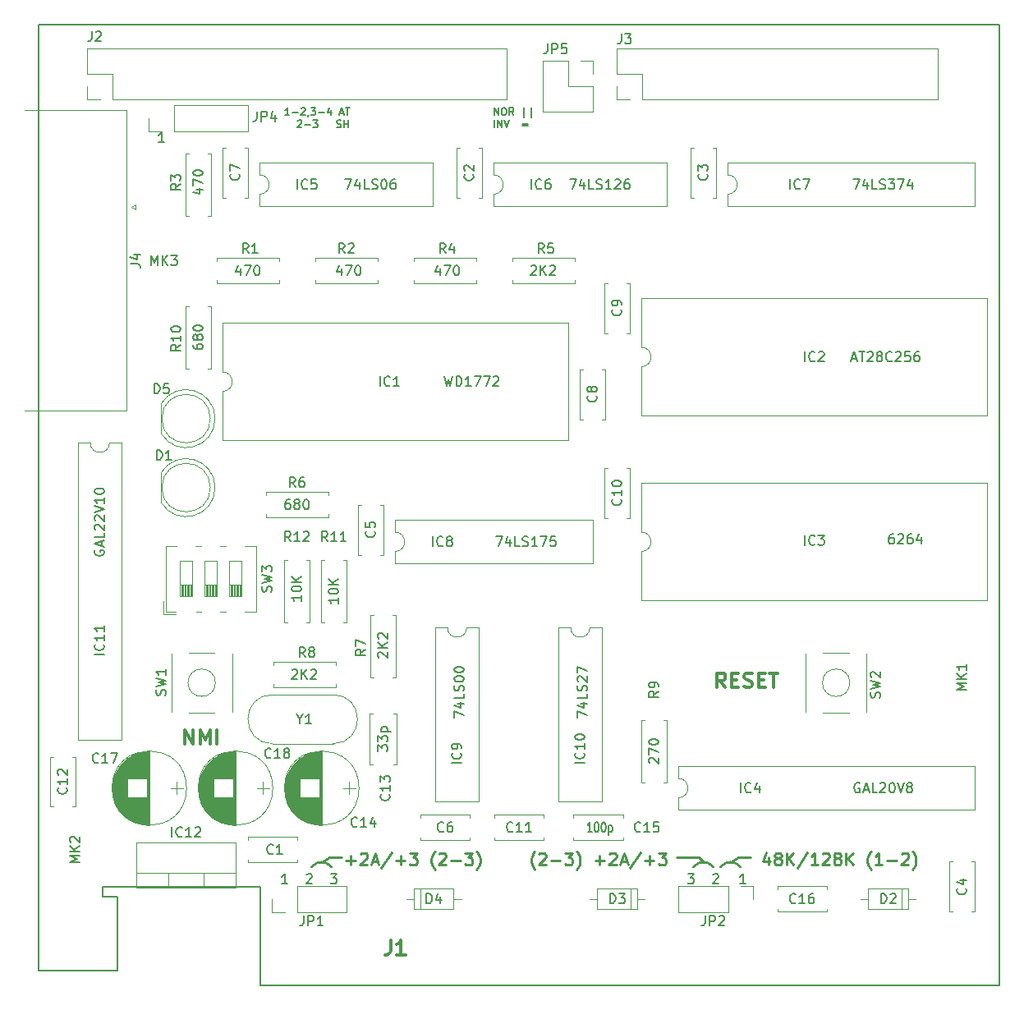
<source format=gto>
%TF.GenerationSoftware,KiCad,Pcbnew,5.0.2-bee76a0~70~ubuntu18.10.1*%
%TF.CreationDate,2019-02-24T14:53:23+01:00*%
%TF.ProjectId,plusd,706c7573-642e-46b6-9963-61645f706362,rev?*%
%TF.SameCoordinates,Original*%
%TF.FileFunction,Legend,Top*%
%TF.FilePolarity,Positive*%
%FSLAX46Y46*%
G04 Gerber Fmt 4.6, Leading zero omitted, Abs format (unit mm)*
G04 Created by KiCad (PCBNEW 5.0.2-bee76a0~70~ubuntu18.10.1) date dom 24 feb 2019 14:53:23 CET*
%MOMM*%
%LPD*%
G01*
G04 APERTURE LIST*
%ADD10C,0.150000*%
%ADD11C,0.250000*%
%ADD12C,0.200000*%
%ADD13C,0.300000*%
%ADD14C,0.120000*%
%ADD15C,0.304800*%
G04 APERTURE END LIST*
D10*
X110512071Y-34753785D02*
X110512071Y-34003785D01*
X110940642Y-34753785D01*
X110940642Y-34003785D01*
X111440642Y-34003785D02*
X111583500Y-34003785D01*
X111654928Y-34039500D01*
X111726357Y-34110928D01*
X111762071Y-34253785D01*
X111762071Y-34503785D01*
X111726357Y-34646642D01*
X111654928Y-34718071D01*
X111583500Y-34753785D01*
X111440642Y-34753785D01*
X111369214Y-34718071D01*
X111297785Y-34646642D01*
X111262071Y-34503785D01*
X111262071Y-34253785D01*
X111297785Y-34110928D01*
X111369214Y-34039500D01*
X111440642Y-34003785D01*
X112512071Y-34753785D02*
X112262071Y-34396642D01*
X112083500Y-34753785D02*
X112083500Y-34003785D01*
X112369214Y-34003785D01*
X112440642Y-34039500D01*
X112476357Y-34075214D01*
X112512071Y-34146642D01*
X112512071Y-34253785D01*
X112476357Y-34325214D01*
X112440642Y-34360928D01*
X112369214Y-34396642D01*
X112083500Y-34396642D01*
X113583500Y-35003785D02*
X113583500Y-33932357D01*
X114297785Y-35003785D02*
X114297785Y-33932357D01*
X110512071Y-36028785D02*
X110512071Y-35278785D01*
X110869214Y-36028785D02*
X110869214Y-35278785D01*
X111297785Y-36028785D01*
X111297785Y-35278785D01*
X111547785Y-35278785D02*
X111797785Y-36028785D01*
X112047785Y-35278785D01*
X113440642Y-35635928D02*
X114012071Y-35635928D01*
X114012071Y-35850214D02*
X113440642Y-35850214D01*
X89374785Y-34753785D02*
X88946214Y-34753785D01*
X89160500Y-34753785D02*
X89160500Y-34003785D01*
X89089071Y-34110928D01*
X89017642Y-34182357D01*
X88946214Y-34218071D01*
X89696214Y-34468071D02*
X90267642Y-34468071D01*
X90589071Y-34075214D02*
X90624785Y-34039500D01*
X90696214Y-34003785D01*
X90874785Y-34003785D01*
X90946214Y-34039500D01*
X90981928Y-34075214D01*
X91017642Y-34146642D01*
X91017642Y-34218071D01*
X90981928Y-34325214D01*
X90553357Y-34753785D01*
X91017642Y-34753785D01*
X91374785Y-34718071D02*
X91374785Y-34753785D01*
X91339071Y-34825214D01*
X91303357Y-34860928D01*
X91624785Y-34003785D02*
X92089071Y-34003785D01*
X91839071Y-34289500D01*
X91946214Y-34289500D01*
X92017642Y-34325214D01*
X92053357Y-34360928D01*
X92089071Y-34432357D01*
X92089071Y-34610928D01*
X92053357Y-34682357D01*
X92017642Y-34718071D01*
X91946214Y-34753785D01*
X91731928Y-34753785D01*
X91660500Y-34718071D01*
X91624785Y-34682357D01*
X92410500Y-34468071D02*
X92981928Y-34468071D01*
X93660500Y-34253785D02*
X93660500Y-34753785D01*
X93481928Y-33968071D02*
X93303357Y-34503785D01*
X93767642Y-34503785D01*
X94589071Y-34539500D02*
X94946214Y-34539500D01*
X94517642Y-34753785D02*
X94767642Y-34003785D01*
X95017642Y-34753785D01*
X95160500Y-34003785D02*
X95589071Y-34003785D01*
X95374785Y-34753785D02*
X95374785Y-34003785D01*
X90231928Y-35350214D02*
X90267642Y-35314500D01*
X90339071Y-35278785D01*
X90517642Y-35278785D01*
X90589071Y-35314500D01*
X90624785Y-35350214D01*
X90660500Y-35421642D01*
X90660500Y-35493071D01*
X90624785Y-35600214D01*
X90196214Y-36028785D01*
X90660500Y-36028785D01*
X90981928Y-35743071D02*
X91553357Y-35743071D01*
X91839071Y-35278785D02*
X92303357Y-35278785D01*
X92053357Y-35564500D01*
X92160500Y-35564500D01*
X92231928Y-35600214D01*
X92267642Y-35635928D01*
X92303357Y-35707357D01*
X92303357Y-35885928D01*
X92267642Y-35957357D01*
X92231928Y-35993071D01*
X92160500Y-36028785D01*
X91946214Y-36028785D01*
X91874785Y-35993071D01*
X91839071Y-35957357D01*
X94303357Y-35993071D02*
X94410500Y-36028785D01*
X94589071Y-36028785D01*
X94660500Y-35993071D01*
X94696214Y-35957357D01*
X94731928Y-35885928D01*
X94731928Y-35814500D01*
X94696214Y-35743071D01*
X94660500Y-35707357D01*
X94589071Y-35671642D01*
X94446214Y-35635928D01*
X94374785Y-35600214D01*
X94339071Y-35564500D01*
X94303357Y-35493071D01*
X94303357Y-35421642D01*
X94339071Y-35350214D01*
X94374785Y-35314500D01*
X94446214Y-35278785D01*
X94624785Y-35278785D01*
X94731928Y-35314500D01*
X95053357Y-36028785D02*
X95053357Y-35278785D01*
X95053357Y-35635928D02*
X95481928Y-35635928D01*
X95481928Y-36028785D02*
X95481928Y-35278785D01*
X71628000Y-122936000D02*
X63500000Y-122936000D01*
X71628000Y-115316000D02*
X71628000Y-122936000D01*
X70104000Y-115316000D02*
X71628000Y-115316000D01*
X70104000Y-114300000D02*
X70104000Y-115316000D01*
D11*
X95235047Y-111595285D02*
X96187428Y-111595285D01*
X95711238Y-112071476D02*
X95711238Y-111119095D01*
X96723142Y-110940523D02*
X96782666Y-110881000D01*
X96901714Y-110821476D01*
X97199333Y-110821476D01*
X97318380Y-110881000D01*
X97377904Y-110940523D01*
X97437428Y-111059571D01*
X97437428Y-111178619D01*
X97377904Y-111357190D01*
X96663619Y-112071476D01*
X97437428Y-112071476D01*
X97913619Y-111714333D02*
X98508857Y-111714333D01*
X97794571Y-112071476D02*
X98211238Y-110821476D01*
X98627904Y-112071476D01*
X99937428Y-110761952D02*
X98866000Y-112369095D01*
X100354095Y-111595285D02*
X101306476Y-111595285D01*
X100830285Y-112071476D02*
X100830285Y-111119095D01*
X101782666Y-110821476D02*
X102556476Y-110821476D01*
X102139809Y-111297666D01*
X102318380Y-111297666D01*
X102437428Y-111357190D01*
X102496952Y-111416714D01*
X102556476Y-111535761D01*
X102556476Y-111833380D01*
X102496952Y-111952428D01*
X102437428Y-112011952D01*
X102318380Y-112071476D01*
X101961238Y-112071476D01*
X101842190Y-112011952D01*
X101782666Y-111952428D01*
X104401714Y-112547666D02*
X104342190Y-112488142D01*
X104223142Y-112309571D01*
X104163619Y-112190523D01*
X104104095Y-112011952D01*
X104044571Y-111714333D01*
X104044571Y-111476238D01*
X104104095Y-111178619D01*
X104163619Y-111000047D01*
X104223142Y-110881000D01*
X104342190Y-110702428D01*
X104401714Y-110642904D01*
X104818380Y-110940523D02*
X104877904Y-110881000D01*
X104996952Y-110821476D01*
X105294571Y-110821476D01*
X105413619Y-110881000D01*
X105473142Y-110940523D01*
X105532666Y-111059571D01*
X105532666Y-111178619D01*
X105473142Y-111357190D01*
X104758857Y-112071476D01*
X105532666Y-112071476D01*
X106068380Y-111595285D02*
X107020761Y-111595285D01*
X107496952Y-110821476D02*
X108270761Y-110821476D01*
X107854095Y-111297666D01*
X108032666Y-111297666D01*
X108151714Y-111357190D01*
X108211238Y-111416714D01*
X108270761Y-111535761D01*
X108270761Y-111833380D01*
X108211238Y-111952428D01*
X108151714Y-112011952D01*
X108032666Y-112071476D01*
X107675523Y-112071476D01*
X107556476Y-112011952D01*
X107496952Y-111952428D01*
X108687428Y-112547666D02*
X108746952Y-112488142D01*
X108866000Y-112309571D01*
X108925523Y-112190523D01*
X108985047Y-112011952D01*
X109044571Y-111714333D01*
X109044571Y-111476238D01*
X108985047Y-111178619D01*
X108925523Y-111000047D01*
X108866000Y-110881000D01*
X108746952Y-110702428D01*
X108687428Y-110642904D01*
X93472000Y-111252000D02*
X94742000Y-111252000D01*
X92710000Y-111760000D02*
X93472000Y-111252000D01*
X91693472Y-112268707D02*
G75*
G02X93726000Y-112268000I1016529J-761293D01*
G01*
X133858000Y-112268000D02*
G75*
G02X135890528Y-112267293I1016529J-761293D01*
G01*
X131063471Y-112268707D02*
G75*
G02X133095999Y-112268000I1016529J-761293D01*
G01*
X135636000Y-111252000D02*
X136906000Y-111252000D01*
X134874000Y-111760000D02*
X135636000Y-111252000D01*
X131572000Y-111252000D02*
X132080000Y-111760000D01*
X129286000Y-111252000D02*
X131572000Y-111252000D01*
X114711333Y-112547666D02*
X114651809Y-112488142D01*
X114532761Y-112309571D01*
X114473238Y-112190523D01*
X114413714Y-112011952D01*
X114354190Y-111714333D01*
X114354190Y-111476238D01*
X114413714Y-111178619D01*
X114473238Y-111000047D01*
X114532761Y-110881000D01*
X114651809Y-110702428D01*
X114711333Y-110642904D01*
X115127999Y-110940523D02*
X115187523Y-110881000D01*
X115306571Y-110821476D01*
X115604190Y-110821476D01*
X115723238Y-110881000D01*
X115782761Y-110940523D01*
X115842285Y-111059571D01*
X115842285Y-111178619D01*
X115782761Y-111357190D01*
X115068476Y-112071476D01*
X115842285Y-112071476D01*
X116377999Y-111595285D02*
X117330380Y-111595285D01*
X117806571Y-110821476D02*
X118580380Y-110821476D01*
X118163714Y-111297666D01*
X118342285Y-111297666D01*
X118461333Y-111357190D01*
X118520857Y-111416714D01*
X118580380Y-111535761D01*
X118580380Y-111833380D01*
X118520857Y-111952428D01*
X118461333Y-112011952D01*
X118342285Y-112071476D01*
X117985142Y-112071476D01*
X117866095Y-112011952D01*
X117806571Y-111952428D01*
X118997047Y-112547666D02*
X119056571Y-112488142D01*
X119175619Y-112309571D01*
X119235142Y-112190523D01*
X119294666Y-112011952D01*
X119354190Y-111714333D01*
X119354190Y-111476238D01*
X119294666Y-111178619D01*
X119235142Y-111000047D01*
X119175619Y-110881000D01*
X119056571Y-110702428D01*
X118997047Y-110642904D01*
X120901809Y-111595285D02*
X121854190Y-111595285D01*
X121377999Y-112071476D02*
X121377999Y-111119095D01*
X122389904Y-110940523D02*
X122449428Y-110881000D01*
X122568476Y-110821476D01*
X122866095Y-110821476D01*
X122985142Y-110881000D01*
X123044666Y-110940523D01*
X123104190Y-111059571D01*
X123104190Y-111178619D01*
X123044666Y-111357190D01*
X122330380Y-112071476D01*
X123104190Y-112071476D01*
X123580380Y-111714333D02*
X124175619Y-111714333D01*
X123461333Y-112071476D02*
X123877999Y-110821476D01*
X124294666Y-112071476D01*
X125604190Y-110761952D02*
X124532761Y-112369095D01*
X126020857Y-111595285D02*
X126973238Y-111595285D01*
X126497047Y-112071476D02*
X126497047Y-111119095D01*
X127449428Y-110821476D02*
X128223238Y-110821476D01*
X127806571Y-111297666D01*
X127985142Y-111297666D01*
X128104190Y-111357190D01*
X128163714Y-111416714D01*
X128223238Y-111535761D01*
X128223238Y-111833380D01*
X128163714Y-111952428D01*
X128104190Y-112011952D01*
X127985142Y-112071476D01*
X127627999Y-112071476D01*
X127508952Y-112011952D01*
X127449428Y-111952428D01*
X138818476Y-111238142D02*
X138818476Y-112071476D01*
X138520857Y-110761952D02*
X138223238Y-111654809D01*
X138997047Y-111654809D01*
X139651809Y-111357190D02*
X139532761Y-111297666D01*
X139473238Y-111238142D01*
X139413714Y-111119095D01*
X139413714Y-111059571D01*
X139473238Y-110940523D01*
X139532761Y-110881000D01*
X139651809Y-110821476D01*
X139889904Y-110821476D01*
X140008952Y-110881000D01*
X140068476Y-110940523D01*
X140127999Y-111059571D01*
X140127999Y-111119095D01*
X140068476Y-111238142D01*
X140008952Y-111297666D01*
X139889904Y-111357190D01*
X139651809Y-111357190D01*
X139532761Y-111416714D01*
X139473238Y-111476238D01*
X139413714Y-111595285D01*
X139413714Y-111833380D01*
X139473238Y-111952428D01*
X139532761Y-112011952D01*
X139651809Y-112071476D01*
X139889904Y-112071476D01*
X140008952Y-112011952D01*
X140068476Y-111952428D01*
X140127999Y-111833380D01*
X140127999Y-111595285D01*
X140068476Y-111476238D01*
X140008952Y-111416714D01*
X139889904Y-111357190D01*
X140663714Y-112071476D02*
X140663714Y-110821476D01*
X141377999Y-112071476D02*
X140842285Y-111357190D01*
X141377999Y-110821476D02*
X140663714Y-111535761D01*
X142806571Y-110761952D02*
X141735142Y-112369095D01*
X143877999Y-112071476D02*
X143163714Y-112071476D01*
X143520857Y-112071476D02*
X143520857Y-110821476D01*
X143401809Y-111000047D01*
X143282761Y-111119095D01*
X143163714Y-111178619D01*
X144354190Y-110940523D02*
X144413714Y-110881000D01*
X144532761Y-110821476D01*
X144830380Y-110821476D01*
X144949428Y-110881000D01*
X145008952Y-110940523D01*
X145068476Y-111059571D01*
X145068476Y-111178619D01*
X145008952Y-111357190D01*
X144294666Y-112071476D01*
X145068476Y-112071476D01*
X145782761Y-111357190D02*
X145663714Y-111297666D01*
X145604190Y-111238142D01*
X145544666Y-111119095D01*
X145544666Y-111059571D01*
X145604190Y-110940523D01*
X145663714Y-110881000D01*
X145782761Y-110821476D01*
X146020857Y-110821476D01*
X146139904Y-110881000D01*
X146199428Y-110940523D01*
X146258952Y-111059571D01*
X146258952Y-111119095D01*
X146199428Y-111238142D01*
X146139904Y-111297666D01*
X146020857Y-111357190D01*
X145782761Y-111357190D01*
X145663714Y-111416714D01*
X145604190Y-111476238D01*
X145544666Y-111595285D01*
X145544666Y-111833380D01*
X145604190Y-111952428D01*
X145663714Y-112011952D01*
X145782761Y-112071476D01*
X146020857Y-112071476D01*
X146139904Y-112011952D01*
X146199428Y-111952428D01*
X146258952Y-111833380D01*
X146258952Y-111595285D01*
X146199428Y-111476238D01*
X146139904Y-111416714D01*
X146020857Y-111357190D01*
X146794666Y-112071476D02*
X146794666Y-110821476D01*
X147508952Y-112071476D02*
X146973238Y-111357190D01*
X147508952Y-110821476D02*
X146794666Y-111535761D01*
X149354190Y-112547666D02*
X149294666Y-112488142D01*
X149175619Y-112309571D01*
X149116095Y-112190523D01*
X149056571Y-112011952D01*
X148997047Y-111714333D01*
X148997047Y-111476238D01*
X149056571Y-111178619D01*
X149116095Y-111000047D01*
X149175619Y-110881000D01*
X149294666Y-110702428D01*
X149354190Y-110642904D01*
X150485142Y-112071476D02*
X149770857Y-112071476D01*
X150128000Y-112071476D02*
X150128000Y-110821476D01*
X150008952Y-111000047D01*
X149889904Y-111119095D01*
X149770857Y-111178619D01*
X151020857Y-111595285D02*
X151973238Y-111595285D01*
X152508952Y-110940523D02*
X152568476Y-110881000D01*
X152687523Y-110821476D01*
X152985142Y-110821476D01*
X153104190Y-110881000D01*
X153163714Y-110940523D01*
X153223238Y-111059571D01*
X153223238Y-111178619D01*
X153163714Y-111357190D01*
X152449428Y-112071476D01*
X153223238Y-112071476D01*
X153639904Y-112547666D02*
X153699428Y-112488142D01*
X153818476Y-112309571D01*
X153877999Y-112190523D01*
X153937523Y-112011952D01*
X153997047Y-111714333D01*
X153997047Y-111476238D01*
X153937523Y-111178619D01*
X153877999Y-111000047D01*
X153818476Y-110881000D01*
X153699428Y-110702428D01*
X153639904Y-110642904D01*
D12*
X130476666Y-112990380D02*
X131095714Y-112990380D01*
X130762380Y-113371333D01*
X130905238Y-113371333D01*
X131000476Y-113418952D01*
X131048095Y-113466571D01*
X131095714Y-113561809D01*
X131095714Y-113799904D01*
X131048095Y-113895142D01*
X131000476Y-113942761D01*
X130905238Y-113990380D01*
X130619523Y-113990380D01*
X130524285Y-113942761D01*
X130476666Y-113895142D01*
X133064285Y-113085619D02*
X133111904Y-113038000D01*
X133207142Y-112990380D01*
X133445238Y-112990380D01*
X133540476Y-113038000D01*
X133588095Y-113085619D01*
X133635714Y-113180857D01*
X133635714Y-113276095D01*
X133588095Y-113418952D01*
X133016666Y-113990380D01*
X133635714Y-113990380D01*
X89185714Y-113990380D02*
X88614285Y-113990380D01*
X88900000Y-113990380D02*
X88900000Y-112990380D01*
X88804761Y-113133238D01*
X88709523Y-113228476D01*
X88614285Y-113276095D01*
X91154285Y-113085619D02*
X91201904Y-113038000D01*
X91297142Y-112990380D01*
X91535238Y-112990380D01*
X91630476Y-113038000D01*
X91678095Y-113085619D01*
X91725714Y-113180857D01*
X91725714Y-113276095D01*
X91678095Y-113418952D01*
X91106666Y-113990380D01*
X91725714Y-113990380D01*
X76485714Y-37536380D02*
X75914285Y-37536380D01*
X76200000Y-37536380D02*
X76200000Y-36536380D01*
X76104761Y-36679238D01*
X76009523Y-36774476D01*
X75914285Y-36822095D01*
D13*
X134346428Y-93769571D02*
X133846428Y-93055285D01*
X133489285Y-93769571D02*
X133489285Y-92269571D01*
X134060714Y-92269571D01*
X134203571Y-92341000D01*
X134275000Y-92412428D01*
X134346428Y-92555285D01*
X134346428Y-92769571D01*
X134275000Y-92912428D01*
X134203571Y-92983857D01*
X134060714Y-93055285D01*
X133489285Y-93055285D01*
X134989285Y-92983857D02*
X135489285Y-92983857D01*
X135703571Y-93769571D02*
X134989285Y-93769571D01*
X134989285Y-92269571D01*
X135703571Y-92269571D01*
X136275000Y-93698142D02*
X136489285Y-93769571D01*
X136846428Y-93769571D01*
X136989285Y-93698142D01*
X137060714Y-93626714D01*
X137132142Y-93483857D01*
X137132142Y-93341000D01*
X137060714Y-93198142D01*
X136989285Y-93126714D01*
X136846428Y-93055285D01*
X136560714Y-92983857D01*
X136417857Y-92912428D01*
X136346428Y-92841000D01*
X136275000Y-92698142D01*
X136275000Y-92555285D01*
X136346428Y-92412428D01*
X136417857Y-92341000D01*
X136560714Y-92269571D01*
X136917857Y-92269571D01*
X137132142Y-92341000D01*
X137775000Y-92983857D02*
X138275000Y-92983857D01*
X138489285Y-93769571D02*
X137775000Y-93769571D01*
X137775000Y-92269571D01*
X138489285Y-92269571D01*
X138917857Y-92269571D02*
X139775000Y-92269571D01*
X139346428Y-93769571D02*
X139346428Y-92269571D01*
X78621142Y-99611571D02*
X78621142Y-98111571D01*
X79478285Y-99611571D01*
X79478285Y-98111571D01*
X80192571Y-99611571D02*
X80192571Y-98111571D01*
X80692571Y-99183000D01*
X81192571Y-98111571D01*
X81192571Y-99611571D01*
X81906857Y-99611571D02*
X81906857Y-98111571D01*
D12*
X136429714Y-113990380D02*
X135858285Y-113990380D01*
X136144000Y-113990380D02*
X136144000Y-112990380D01*
X136048761Y-113133238D01*
X135953523Y-113228476D01*
X135858285Y-113276095D01*
X93646666Y-112990380D02*
X94265714Y-112990380D01*
X93932380Y-113371333D01*
X94075238Y-113371333D01*
X94170476Y-113418952D01*
X94218095Y-113466571D01*
X94265714Y-113561809D01*
X94265714Y-113799904D01*
X94218095Y-113895142D01*
X94170476Y-113942761D01*
X94075238Y-113990380D01*
X93789523Y-113990380D01*
X93694285Y-113942761D01*
X93646666Y-113895142D01*
D10*
X86360000Y-124460000D02*
X162560000Y-124460000D01*
X86360000Y-114300000D02*
X86360000Y-124460000D01*
X70104000Y-114300000D02*
X86360000Y-114300000D01*
X162560000Y-124460000D02*
X162560000Y-25400000D01*
X63500000Y-25400000D02*
X63500000Y-122936000D01*
X162560000Y-25400000D02*
X63500000Y-25400000D01*
D14*
X108930000Y-87570000D02*
X107680000Y-87570000D01*
X108930000Y-105470000D02*
X108930000Y-87570000D01*
X104430000Y-105470000D02*
X108930000Y-105470000D01*
X104430000Y-87570000D02*
X104430000Y-105470000D01*
X105680000Y-87570000D02*
X104430000Y-87570000D01*
X107680000Y-87570000D02*
G75*
G02X105680000Y-87570000I-1000000J0D01*
G01*
X82490000Y-56170000D02*
X82490000Y-61230000D01*
X118170000Y-56170000D02*
X82490000Y-56170000D01*
X118170000Y-68290000D02*
X118170000Y-56170000D01*
X82490000Y-68290000D02*
X118170000Y-68290000D01*
X82490000Y-63230000D02*
X82490000Y-68290000D01*
X82490000Y-61230000D02*
G75*
G02X82490000Y-63230000I0J-1000000D01*
G01*
X100115000Y-96480000D02*
X100430000Y-96480000D01*
X97690000Y-96480000D02*
X98005000Y-96480000D01*
X100115000Y-101720000D02*
X100430000Y-101720000D01*
X97690000Y-101720000D02*
X98005000Y-101720000D01*
X100430000Y-101720000D02*
X100430000Y-96480000D01*
X97690000Y-101720000D02*
X97690000Y-96480000D01*
X62130000Y-34251000D02*
X72610000Y-34251000D01*
X72610000Y-34251000D02*
X72610000Y-65221000D01*
X72610000Y-65221000D02*
X62130000Y-65221000D01*
X73504338Y-43946000D02*
X73504338Y-44446000D01*
X73504338Y-44446000D02*
X73071325Y-44196000D01*
X73071325Y-44196000D02*
X73504338Y-43946000D01*
X125670000Y-53630000D02*
X125670000Y-58690000D01*
X161350000Y-53630000D02*
X125670000Y-53630000D01*
X161350000Y-65750000D02*
X161350000Y-53630000D01*
X125670000Y-65750000D02*
X161350000Y-65750000D01*
X125670000Y-60690000D02*
X125670000Y-65750000D01*
X125670000Y-58690000D02*
G75*
G02X125670000Y-60690000I0J-1000000D01*
G01*
X92670000Y-87030000D02*
X93000000Y-87030000D01*
X92670000Y-80610000D02*
X92670000Y-87030000D01*
X93000000Y-80610000D02*
X92670000Y-80610000D01*
X95290000Y-87030000D02*
X94960000Y-87030000D01*
X95290000Y-80610000D02*
X95290000Y-87030000D01*
X94960000Y-80610000D02*
X95290000Y-80610000D01*
X72100000Y-68520000D02*
X70850000Y-68520000D01*
X72100000Y-99120000D02*
X72100000Y-68520000D01*
X67600000Y-99120000D02*
X72100000Y-99120000D01*
X67600000Y-68520000D02*
X67600000Y-99120000D01*
X68850000Y-68520000D02*
X67600000Y-68520000D01*
X70850000Y-68520000D02*
G75*
G02X68850000Y-68520000I-1000000J0D01*
G01*
X79030000Y-45120000D02*
X78700000Y-45120000D01*
X78700000Y-45120000D02*
X78700000Y-38700000D01*
X78700000Y-38700000D02*
X79030000Y-38700000D01*
X80990000Y-45120000D02*
X81320000Y-45120000D01*
X81320000Y-45120000D02*
X81320000Y-38700000D01*
X81320000Y-38700000D02*
X80990000Y-38700000D01*
X86690000Y-104790000D02*
X86690000Y-103490000D01*
X87290000Y-104140000D02*
X86090000Y-104140000D01*
X80039000Y-104653000D02*
X80039000Y-103627000D01*
X80079000Y-104880000D02*
X80079000Y-103400000D01*
X80119000Y-105053000D02*
X80119000Y-103227000D01*
X80159000Y-105197000D02*
X80159000Y-103083000D01*
X80199000Y-105324000D02*
X80199000Y-102956000D01*
X80239000Y-105437000D02*
X80239000Y-102843000D01*
X80279000Y-105540000D02*
X80279000Y-102740000D01*
X80319000Y-105635000D02*
X80319000Y-102645000D01*
X80359000Y-105724000D02*
X80359000Y-102556000D01*
X80399000Y-105807000D02*
X80399000Y-102473000D01*
X80439000Y-105885000D02*
X80439000Y-102395000D01*
X80479000Y-105960000D02*
X80479000Y-102320000D01*
X80519000Y-106030000D02*
X80519000Y-102250000D01*
X80559000Y-106097000D02*
X80559000Y-102183000D01*
X80599000Y-106162000D02*
X80599000Y-102118000D01*
X80639000Y-106223000D02*
X80639000Y-102057000D01*
X80679000Y-106282000D02*
X80679000Y-101998000D01*
X80719000Y-106339000D02*
X80719000Y-101941000D01*
X80759000Y-106394000D02*
X80759000Y-101886000D01*
X80799000Y-106447000D02*
X80799000Y-101833000D01*
X80839000Y-106497000D02*
X80839000Y-101783000D01*
X80879000Y-106547000D02*
X80879000Y-101733000D01*
X80919000Y-106594000D02*
X80919000Y-101686000D01*
X80959000Y-106640000D02*
X80959000Y-101640000D01*
X80999000Y-106685000D02*
X80999000Y-101595000D01*
X81039000Y-106728000D02*
X81039000Y-101552000D01*
X81079000Y-106770000D02*
X81079000Y-101510000D01*
X81119000Y-106811000D02*
X81119000Y-101469000D01*
X81159000Y-106851000D02*
X81159000Y-101429000D01*
X81199000Y-106889000D02*
X81199000Y-101391000D01*
X81239000Y-106926000D02*
X81239000Y-101354000D01*
X81279000Y-106963000D02*
X81279000Y-101317000D01*
X81319000Y-106998000D02*
X81319000Y-101282000D01*
X81359000Y-107032000D02*
X81359000Y-101248000D01*
X81399000Y-107066000D02*
X81399000Y-101214000D01*
X81439000Y-107098000D02*
X81439000Y-101182000D01*
X81479000Y-107130000D02*
X81479000Y-101150000D01*
X81519000Y-107160000D02*
X81519000Y-101120000D01*
X81559000Y-107190000D02*
X81559000Y-101090000D01*
X81599000Y-107219000D02*
X81599000Y-101061000D01*
X81639000Y-103160000D02*
X81639000Y-101032000D01*
X81639000Y-107248000D02*
X81639000Y-105120000D01*
X81679000Y-103160000D02*
X81679000Y-101005000D01*
X81679000Y-107275000D02*
X81679000Y-105120000D01*
X81719000Y-103160000D02*
X81719000Y-100978000D01*
X81719000Y-107302000D02*
X81719000Y-105120000D01*
X81759000Y-103160000D02*
X81759000Y-100952000D01*
X81759000Y-107328000D02*
X81759000Y-105120000D01*
X81799000Y-103160000D02*
X81799000Y-100926000D01*
X81799000Y-107354000D02*
X81799000Y-105120000D01*
X81839000Y-103160000D02*
X81839000Y-100901000D01*
X81839000Y-107379000D02*
X81839000Y-105120000D01*
X81879000Y-103160000D02*
X81879000Y-100877000D01*
X81879000Y-107403000D02*
X81879000Y-105120000D01*
X81919000Y-103160000D02*
X81919000Y-100854000D01*
X81919000Y-107426000D02*
X81919000Y-105120000D01*
X81959000Y-103160000D02*
X81959000Y-100831000D01*
X81959000Y-107449000D02*
X81959000Y-105120000D01*
X81999000Y-103160000D02*
X81999000Y-100809000D01*
X81999000Y-107471000D02*
X81999000Y-105120000D01*
X82039000Y-103160000D02*
X82039000Y-100788000D01*
X82039000Y-107492000D02*
X82039000Y-105120000D01*
X82079000Y-103160000D02*
X82079000Y-100767000D01*
X82079000Y-107513000D02*
X82079000Y-105120000D01*
X82119000Y-103160000D02*
X82119000Y-100746000D01*
X82119000Y-107534000D02*
X82119000Y-105120000D01*
X82159000Y-103160000D02*
X82159000Y-100727000D01*
X82159000Y-107553000D02*
X82159000Y-105120000D01*
X82199000Y-103160000D02*
X82199000Y-100707000D01*
X82199000Y-107573000D02*
X82199000Y-105120000D01*
X82239000Y-103160000D02*
X82239000Y-100689000D01*
X82239000Y-107591000D02*
X82239000Y-105120000D01*
X82279000Y-103160000D02*
X82279000Y-100671000D01*
X82279000Y-107609000D02*
X82279000Y-105120000D01*
X82319000Y-103160000D02*
X82319000Y-100653000D01*
X82319000Y-107627000D02*
X82319000Y-105120000D01*
X82359000Y-103160000D02*
X82359000Y-100636000D01*
X82359000Y-107644000D02*
X82359000Y-105120000D01*
X82399000Y-103160000D02*
X82399000Y-100620000D01*
X82399000Y-107660000D02*
X82399000Y-105120000D01*
X82439000Y-103160000D02*
X82439000Y-100604000D01*
X82439000Y-107676000D02*
X82439000Y-105120000D01*
X82479000Y-103160000D02*
X82479000Y-100588000D01*
X82479000Y-107692000D02*
X82479000Y-105120000D01*
X82519000Y-103160000D02*
X82519000Y-100574000D01*
X82519000Y-107706000D02*
X82519000Y-105120000D01*
X82559000Y-103160000D02*
X82559000Y-100559000D01*
X82559000Y-107721000D02*
X82559000Y-105120000D01*
X82599000Y-103160000D02*
X82599000Y-100545000D01*
X82599000Y-107735000D02*
X82599000Y-105120000D01*
X82639000Y-103160000D02*
X82639000Y-100532000D01*
X82639000Y-107748000D02*
X82639000Y-105120000D01*
X82679000Y-103160000D02*
X82679000Y-100519000D01*
X82679000Y-107761000D02*
X82679000Y-105120000D01*
X82719000Y-103160000D02*
X82719000Y-100506000D01*
X82719000Y-107774000D02*
X82719000Y-105120000D01*
X82759000Y-103160000D02*
X82759000Y-100495000D01*
X82759000Y-107785000D02*
X82759000Y-105120000D01*
X82799000Y-103160000D02*
X82799000Y-100483000D01*
X82799000Y-107797000D02*
X82799000Y-105120000D01*
X82839000Y-103160000D02*
X82839000Y-100472000D01*
X82839000Y-107808000D02*
X82839000Y-105120000D01*
X82879000Y-103160000D02*
X82879000Y-100461000D01*
X82879000Y-107819000D02*
X82879000Y-105120000D01*
X82919000Y-103160000D02*
X82919000Y-100451000D01*
X82919000Y-107829000D02*
X82919000Y-105120000D01*
X82959000Y-103160000D02*
X82959000Y-100442000D01*
X82959000Y-107838000D02*
X82959000Y-105120000D01*
X82999000Y-103160000D02*
X82999000Y-100433000D01*
X82999000Y-107847000D02*
X82999000Y-105120000D01*
X83039000Y-103160000D02*
X83039000Y-100424000D01*
X83039000Y-107856000D02*
X83039000Y-105120000D01*
X83079000Y-103160000D02*
X83079000Y-100415000D01*
X83079000Y-107865000D02*
X83079000Y-105120000D01*
X83119000Y-103160000D02*
X83119000Y-100408000D01*
X83119000Y-107872000D02*
X83119000Y-105120000D01*
X83160000Y-103160000D02*
X83160000Y-100400000D01*
X83160000Y-107880000D02*
X83160000Y-105120000D01*
X83200000Y-103160000D02*
X83200000Y-100393000D01*
X83200000Y-107887000D02*
X83200000Y-105120000D01*
X83240000Y-103160000D02*
X83240000Y-100387000D01*
X83240000Y-107893000D02*
X83240000Y-105120000D01*
X83280000Y-103160000D02*
X83280000Y-100381000D01*
X83280000Y-107899000D02*
X83280000Y-105120000D01*
X83320000Y-103160000D02*
X83320000Y-100375000D01*
X83320000Y-107905000D02*
X83320000Y-105120000D01*
X83360000Y-103160000D02*
X83360000Y-100370000D01*
X83360000Y-107910000D02*
X83360000Y-105120000D01*
X83400000Y-103160000D02*
X83400000Y-100365000D01*
X83400000Y-107915000D02*
X83400000Y-105120000D01*
X83440000Y-103160000D02*
X83440000Y-100360000D01*
X83440000Y-107920000D02*
X83440000Y-105120000D01*
X83480000Y-103160000D02*
X83480000Y-100356000D01*
X83480000Y-107924000D02*
X83480000Y-105120000D01*
X83520000Y-103160000D02*
X83520000Y-100353000D01*
X83520000Y-107927000D02*
X83520000Y-105120000D01*
X83560000Y-103160000D02*
X83560000Y-100350000D01*
X83560000Y-107930000D02*
X83560000Y-105120000D01*
X83600000Y-107933000D02*
X83600000Y-100347000D01*
X83640000Y-107935000D02*
X83640000Y-100345000D01*
X83680000Y-107937000D02*
X83680000Y-100343000D01*
X83720000Y-107939000D02*
X83720000Y-100341000D01*
X83760000Y-107940000D02*
X83760000Y-100340000D01*
X83800000Y-107940000D02*
X83800000Y-100340000D01*
X83840000Y-107940000D02*
X83840000Y-100340000D01*
X87680000Y-104140000D02*
G75*
G03X87680000Y-104140000I-3840000J0D01*
G01*
X111820000Y-33080000D02*
X111820000Y-27880000D01*
X71120000Y-33080000D02*
X111820000Y-33080000D01*
X68520000Y-27880000D02*
X111820000Y-27880000D01*
X71120000Y-33080000D02*
X71120000Y-30480000D01*
X71120000Y-30480000D02*
X68520000Y-30480000D01*
X68520000Y-30480000D02*
X68520000Y-27880000D01*
X69850000Y-33080000D02*
X68520000Y-33080000D01*
X68520000Y-33080000D02*
X68520000Y-31750000D01*
X120380000Y-87570000D02*
G75*
G02X118380000Y-87570000I-1000000J0D01*
G01*
X118380000Y-87570000D02*
X117130000Y-87570000D01*
X117130000Y-87570000D02*
X117130000Y-105470000D01*
X117130000Y-105470000D02*
X121630000Y-105470000D01*
X121630000Y-105470000D02*
X121630000Y-87570000D01*
X121630000Y-87570000D02*
X120380000Y-87570000D01*
X129480000Y-114240000D02*
X129480000Y-116900000D01*
X134620000Y-114240000D02*
X129480000Y-114240000D01*
X134620000Y-116900000D02*
X129480000Y-116900000D01*
X134620000Y-114240000D02*
X134620000Y-116900000D01*
X135890000Y-114240000D02*
X137220000Y-114240000D01*
X137220000Y-114240000D02*
X137220000Y-115570000D01*
X95310000Y-116900000D02*
X95310000Y-114240000D01*
X90170000Y-116900000D02*
X95310000Y-116900000D01*
X90170000Y-114240000D02*
X95310000Y-114240000D01*
X90170000Y-116900000D02*
X90170000Y-114240000D01*
X88900000Y-116900000D02*
X87570000Y-116900000D01*
X87570000Y-116900000D02*
X87570000Y-115570000D01*
X129480000Y-101890000D02*
X129480000Y-103140000D01*
X160080000Y-101890000D02*
X129480000Y-101890000D01*
X160080000Y-106390000D02*
X160080000Y-101890000D01*
X129480000Y-106390000D02*
X160080000Y-106390000D01*
X129480000Y-105140000D02*
X129480000Y-106390000D01*
X129480000Y-103140000D02*
G75*
G02X129480000Y-105140000I0J-1000000D01*
G01*
X125670000Y-77740000D02*
G75*
G02X125670000Y-79740000I0J-1000000D01*
G01*
X125670000Y-79740000D02*
X125670000Y-84800000D01*
X125670000Y-84800000D02*
X161350000Y-84800000D01*
X161350000Y-84800000D02*
X161350000Y-72680000D01*
X161350000Y-72680000D02*
X125670000Y-72680000D01*
X125670000Y-72680000D02*
X125670000Y-77740000D01*
X100270000Y-76490000D02*
X100270000Y-77740000D01*
X120710000Y-76490000D02*
X100270000Y-76490000D01*
X120710000Y-80990000D02*
X120710000Y-76490000D01*
X100270000Y-80990000D02*
X120710000Y-80990000D01*
X100270000Y-79740000D02*
X100270000Y-80990000D01*
X100270000Y-77740000D02*
G75*
G02X100270000Y-79740000I0J-1000000D01*
G01*
X86300000Y-40910000D02*
G75*
G02X86300000Y-42910000I0J-1000000D01*
G01*
X86300000Y-42910000D02*
X86300000Y-44160000D01*
X86300000Y-44160000D02*
X104200000Y-44160000D01*
X104200000Y-44160000D02*
X104200000Y-39660000D01*
X104200000Y-39660000D02*
X86300000Y-39660000D01*
X86300000Y-39660000D02*
X86300000Y-40910000D01*
X134560000Y-39660000D02*
X134560000Y-40910000D01*
X160080000Y-39660000D02*
X134560000Y-39660000D01*
X160080000Y-44160000D02*
X160080000Y-39660000D01*
X134560000Y-44160000D02*
X160080000Y-44160000D01*
X134560000Y-42910000D02*
X134560000Y-44160000D01*
X134560000Y-40910000D02*
G75*
G02X134560000Y-42910000I0J-1000000D01*
G01*
X110430000Y-39660000D02*
X110430000Y-40910000D01*
X128330000Y-39660000D02*
X110430000Y-39660000D01*
X128330000Y-44160000D02*
X128330000Y-39660000D01*
X110430000Y-44160000D02*
X128330000Y-44160000D01*
X110430000Y-42910000D02*
X110430000Y-44160000D01*
X110430000Y-40910000D02*
G75*
G02X110430000Y-42910000I0J-1000000D01*
G01*
X76889000Y-114380000D02*
X76889000Y-112870000D01*
X80590000Y-114380000D02*
X80590000Y-112870000D01*
X83860000Y-112870000D02*
X73620000Y-112870000D01*
X73620000Y-114380000D02*
X73620000Y-109739000D01*
X83860000Y-114380000D02*
X83860000Y-109739000D01*
X83860000Y-109739000D02*
X73620000Y-109739000D01*
X83860000Y-114380000D02*
X73620000Y-114380000D01*
X77800000Y-104790000D02*
X77800000Y-103490000D01*
X78400000Y-104140000D02*
X77200000Y-104140000D01*
X71149000Y-104653000D02*
X71149000Y-103627000D01*
X71189000Y-104880000D02*
X71189000Y-103400000D01*
X71229000Y-105053000D02*
X71229000Y-103227000D01*
X71269000Y-105197000D02*
X71269000Y-103083000D01*
X71309000Y-105324000D02*
X71309000Y-102956000D01*
X71349000Y-105437000D02*
X71349000Y-102843000D01*
X71389000Y-105540000D02*
X71389000Y-102740000D01*
X71429000Y-105635000D02*
X71429000Y-102645000D01*
X71469000Y-105724000D02*
X71469000Y-102556000D01*
X71509000Y-105807000D02*
X71509000Y-102473000D01*
X71549000Y-105885000D02*
X71549000Y-102395000D01*
X71589000Y-105960000D02*
X71589000Y-102320000D01*
X71629000Y-106030000D02*
X71629000Y-102250000D01*
X71669000Y-106097000D02*
X71669000Y-102183000D01*
X71709000Y-106162000D02*
X71709000Y-102118000D01*
X71749000Y-106223000D02*
X71749000Y-102057000D01*
X71789000Y-106282000D02*
X71789000Y-101998000D01*
X71829000Y-106339000D02*
X71829000Y-101941000D01*
X71869000Y-106394000D02*
X71869000Y-101886000D01*
X71909000Y-106447000D02*
X71909000Y-101833000D01*
X71949000Y-106497000D02*
X71949000Y-101783000D01*
X71989000Y-106547000D02*
X71989000Y-101733000D01*
X72029000Y-106594000D02*
X72029000Y-101686000D01*
X72069000Y-106640000D02*
X72069000Y-101640000D01*
X72109000Y-106685000D02*
X72109000Y-101595000D01*
X72149000Y-106728000D02*
X72149000Y-101552000D01*
X72189000Y-106770000D02*
X72189000Y-101510000D01*
X72229000Y-106811000D02*
X72229000Y-101469000D01*
X72269000Y-106851000D02*
X72269000Y-101429000D01*
X72309000Y-106889000D02*
X72309000Y-101391000D01*
X72349000Y-106926000D02*
X72349000Y-101354000D01*
X72389000Y-106963000D02*
X72389000Y-101317000D01*
X72429000Y-106998000D02*
X72429000Y-101282000D01*
X72469000Y-107032000D02*
X72469000Y-101248000D01*
X72509000Y-107066000D02*
X72509000Y-101214000D01*
X72549000Y-107098000D02*
X72549000Y-101182000D01*
X72589000Y-107130000D02*
X72589000Y-101150000D01*
X72629000Y-107160000D02*
X72629000Y-101120000D01*
X72669000Y-107190000D02*
X72669000Y-101090000D01*
X72709000Y-107219000D02*
X72709000Y-101061000D01*
X72749000Y-103160000D02*
X72749000Y-101032000D01*
X72749000Y-107248000D02*
X72749000Y-105120000D01*
X72789000Y-103160000D02*
X72789000Y-101005000D01*
X72789000Y-107275000D02*
X72789000Y-105120000D01*
X72829000Y-103160000D02*
X72829000Y-100978000D01*
X72829000Y-107302000D02*
X72829000Y-105120000D01*
X72869000Y-103160000D02*
X72869000Y-100952000D01*
X72869000Y-107328000D02*
X72869000Y-105120000D01*
X72909000Y-103160000D02*
X72909000Y-100926000D01*
X72909000Y-107354000D02*
X72909000Y-105120000D01*
X72949000Y-103160000D02*
X72949000Y-100901000D01*
X72949000Y-107379000D02*
X72949000Y-105120000D01*
X72989000Y-103160000D02*
X72989000Y-100877000D01*
X72989000Y-107403000D02*
X72989000Y-105120000D01*
X73029000Y-103160000D02*
X73029000Y-100854000D01*
X73029000Y-107426000D02*
X73029000Y-105120000D01*
X73069000Y-103160000D02*
X73069000Y-100831000D01*
X73069000Y-107449000D02*
X73069000Y-105120000D01*
X73109000Y-103160000D02*
X73109000Y-100809000D01*
X73109000Y-107471000D02*
X73109000Y-105120000D01*
X73149000Y-103160000D02*
X73149000Y-100788000D01*
X73149000Y-107492000D02*
X73149000Y-105120000D01*
X73189000Y-103160000D02*
X73189000Y-100767000D01*
X73189000Y-107513000D02*
X73189000Y-105120000D01*
X73229000Y-103160000D02*
X73229000Y-100746000D01*
X73229000Y-107534000D02*
X73229000Y-105120000D01*
X73269000Y-103160000D02*
X73269000Y-100727000D01*
X73269000Y-107553000D02*
X73269000Y-105120000D01*
X73309000Y-103160000D02*
X73309000Y-100707000D01*
X73309000Y-107573000D02*
X73309000Y-105120000D01*
X73349000Y-103160000D02*
X73349000Y-100689000D01*
X73349000Y-107591000D02*
X73349000Y-105120000D01*
X73389000Y-103160000D02*
X73389000Y-100671000D01*
X73389000Y-107609000D02*
X73389000Y-105120000D01*
X73429000Y-103160000D02*
X73429000Y-100653000D01*
X73429000Y-107627000D02*
X73429000Y-105120000D01*
X73469000Y-103160000D02*
X73469000Y-100636000D01*
X73469000Y-107644000D02*
X73469000Y-105120000D01*
X73509000Y-103160000D02*
X73509000Y-100620000D01*
X73509000Y-107660000D02*
X73509000Y-105120000D01*
X73549000Y-103160000D02*
X73549000Y-100604000D01*
X73549000Y-107676000D02*
X73549000Y-105120000D01*
X73589000Y-103160000D02*
X73589000Y-100588000D01*
X73589000Y-107692000D02*
X73589000Y-105120000D01*
X73629000Y-103160000D02*
X73629000Y-100574000D01*
X73629000Y-107706000D02*
X73629000Y-105120000D01*
X73669000Y-103160000D02*
X73669000Y-100559000D01*
X73669000Y-107721000D02*
X73669000Y-105120000D01*
X73709000Y-103160000D02*
X73709000Y-100545000D01*
X73709000Y-107735000D02*
X73709000Y-105120000D01*
X73749000Y-103160000D02*
X73749000Y-100532000D01*
X73749000Y-107748000D02*
X73749000Y-105120000D01*
X73789000Y-103160000D02*
X73789000Y-100519000D01*
X73789000Y-107761000D02*
X73789000Y-105120000D01*
X73829000Y-103160000D02*
X73829000Y-100506000D01*
X73829000Y-107774000D02*
X73829000Y-105120000D01*
X73869000Y-103160000D02*
X73869000Y-100495000D01*
X73869000Y-107785000D02*
X73869000Y-105120000D01*
X73909000Y-103160000D02*
X73909000Y-100483000D01*
X73909000Y-107797000D02*
X73909000Y-105120000D01*
X73949000Y-103160000D02*
X73949000Y-100472000D01*
X73949000Y-107808000D02*
X73949000Y-105120000D01*
X73989000Y-103160000D02*
X73989000Y-100461000D01*
X73989000Y-107819000D02*
X73989000Y-105120000D01*
X74029000Y-103160000D02*
X74029000Y-100451000D01*
X74029000Y-107829000D02*
X74029000Y-105120000D01*
X74069000Y-103160000D02*
X74069000Y-100442000D01*
X74069000Y-107838000D02*
X74069000Y-105120000D01*
X74109000Y-103160000D02*
X74109000Y-100433000D01*
X74109000Y-107847000D02*
X74109000Y-105120000D01*
X74149000Y-103160000D02*
X74149000Y-100424000D01*
X74149000Y-107856000D02*
X74149000Y-105120000D01*
X74189000Y-103160000D02*
X74189000Y-100415000D01*
X74189000Y-107865000D02*
X74189000Y-105120000D01*
X74229000Y-103160000D02*
X74229000Y-100408000D01*
X74229000Y-107872000D02*
X74229000Y-105120000D01*
X74270000Y-103160000D02*
X74270000Y-100400000D01*
X74270000Y-107880000D02*
X74270000Y-105120000D01*
X74310000Y-103160000D02*
X74310000Y-100393000D01*
X74310000Y-107887000D02*
X74310000Y-105120000D01*
X74350000Y-103160000D02*
X74350000Y-100387000D01*
X74350000Y-107893000D02*
X74350000Y-105120000D01*
X74390000Y-103160000D02*
X74390000Y-100381000D01*
X74390000Y-107899000D02*
X74390000Y-105120000D01*
X74430000Y-103160000D02*
X74430000Y-100375000D01*
X74430000Y-107905000D02*
X74430000Y-105120000D01*
X74470000Y-103160000D02*
X74470000Y-100370000D01*
X74470000Y-107910000D02*
X74470000Y-105120000D01*
X74510000Y-103160000D02*
X74510000Y-100365000D01*
X74510000Y-107915000D02*
X74510000Y-105120000D01*
X74550000Y-103160000D02*
X74550000Y-100360000D01*
X74550000Y-107920000D02*
X74550000Y-105120000D01*
X74590000Y-103160000D02*
X74590000Y-100356000D01*
X74590000Y-107924000D02*
X74590000Y-105120000D01*
X74630000Y-103160000D02*
X74630000Y-100353000D01*
X74630000Y-107927000D02*
X74630000Y-105120000D01*
X74670000Y-103160000D02*
X74670000Y-100350000D01*
X74670000Y-107930000D02*
X74670000Y-105120000D01*
X74710000Y-107933000D02*
X74710000Y-100347000D01*
X74750000Y-107935000D02*
X74750000Y-100345000D01*
X74790000Y-107937000D02*
X74790000Y-100343000D01*
X74830000Y-107939000D02*
X74830000Y-100341000D01*
X74870000Y-107940000D02*
X74870000Y-100340000D01*
X74910000Y-107940000D02*
X74910000Y-100340000D01*
X74950000Y-107940000D02*
X74950000Y-100340000D01*
X78790000Y-104140000D02*
G75*
G03X78790000Y-104140000I-3840000J0D01*
G01*
X96570000Y-104140000D02*
G75*
G03X96570000Y-104140000I-3840000J0D01*
G01*
X92730000Y-107940000D02*
X92730000Y-100340000D01*
X92690000Y-107940000D02*
X92690000Y-100340000D01*
X92650000Y-107940000D02*
X92650000Y-100340000D01*
X92610000Y-107939000D02*
X92610000Y-100341000D01*
X92570000Y-107937000D02*
X92570000Y-100343000D01*
X92530000Y-107935000D02*
X92530000Y-100345000D01*
X92490000Y-107933000D02*
X92490000Y-100347000D01*
X92450000Y-107930000D02*
X92450000Y-105120000D01*
X92450000Y-103160000D02*
X92450000Y-100350000D01*
X92410000Y-107927000D02*
X92410000Y-105120000D01*
X92410000Y-103160000D02*
X92410000Y-100353000D01*
X92370000Y-107924000D02*
X92370000Y-105120000D01*
X92370000Y-103160000D02*
X92370000Y-100356000D01*
X92330000Y-107920000D02*
X92330000Y-105120000D01*
X92330000Y-103160000D02*
X92330000Y-100360000D01*
X92290000Y-107915000D02*
X92290000Y-105120000D01*
X92290000Y-103160000D02*
X92290000Y-100365000D01*
X92250000Y-107910000D02*
X92250000Y-105120000D01*
X92250000Y-103160000D02*
X92250000Y-100370000D01*
X92210000Y-107905000D02*
X92210000Y-105120000D01*
X92210000Y-103160000D02*
X92210000Y-100375000D01*
X92170000Y-107899000D02*
X92170000Y-105120000D01*
X92170000Y-103160000D02*
X92170000Y-100381000D01*
X92130000Y-107893000D02*
X92130000Y-105120000D01*
X92130000Y-103160000D02*
X92130000Y-100387000D01*
X92090000Y-107887000D02*
X92090000Y-105120000D01*
X92090000Y-103160000D02*
X92090000Y-100393000D01*
X92050000Y-107880000D02*
X92050000Y-105120000D01*
X92050000Y-103160000D02*
X92050000Y-100400000D01*
X92009000Y-107872000D02*
X92009000Y-105120000D01*
X92009000Y-103160000D02*
X92009000Y-100408000D01*
X91969000Y-107865000D02*
X91969000Y-105120000D01*
X91969000Y-103160000D02*
X91969000Y-100415000D01*
X91929000Y-107856000D02*
X91929000Y-105120000D01*
X91929000Y-103160000D02*
X91929000Y-100424000D01*
X91889000Y-107847000D02*
X91889000Y-105120000D01*
X91889000Y-103160000D02*
X91889000Y-100433000D01*
X91849000Y-107838000D02*
X91849000Y-105120000D01*
X91849000Y-103160000D02*
X91849000Y-100442000D01*
X91809000Y-107829000D02*
X91809000Y-105120000D01*
X91809000Y-103160000D02*
X91809000Y-100451000D01*
X91769000Y-107819000D02*
X91769000Y-105120000D01*
X91769000Y-103160000D02*
X91769000Y-100461000D01*
X91729000Y-107808000D02*
X91729000Y-105120000D01*
X91729000Y-103160000D02*
X91729000Y-100472000D01*
X91689000Y-107797000D02*
X91689000Y-105120000D01*
X91689000Y-103160000D02*
X91689000Y-100483000D01*
X91649000Y-107785000D02*
X91649000Y-105120000D01*
X91649000Y-103160000D02*
X91649000Y-100495000D01*
X91609000Y-107774000D02*
X91609000Y-105120000D01*
X91609000Y-103160000D02*
X91609000Y-100506000D01*
X91569000Y-107761000D02*
X91569000Y-105120000D01*
X91569000Y-103160000D02*
X91569000Y-100519000D01*
X91529000Y-107748000D02*
X91529000Y-105120000D01*
X91529000Y-103160000D02*
X91529000Y-100532000D01*
X91489000Y-107735000D02*
X91489000Y-105120000D01*
X91489000Y-103160000D02*
X91489000Y-100545000D01*
X91449000Y-107721000D02*
X91449000Y-105120000D01*
X91449000Y-103160000D02*
X91449000Y-100559000D01*
X91409000Y-107706000D02*
X91409000Y-105120000D01*
X91409000Y-103160000D02*
X91409000Y-100574000D01*
X91369000Y-107692000D02*
X91369000Y-105120000D01*
X91369000Y-103160000D02*
X91369000Y-100588000D01*
X91329000Y-107676000D02*
X91329000Y-105120000D01*
X91329000Y-103160000D02*
X91329000Y-100604000D01*
X91289000Y-107660000D02*
X91289000Y-105120000D01*
X91289000Y-103160000D02*
X91289000Y-100620000D01*
X91249000Y-107644000D02*
X91249000Y-105120000D01*
X91249000Y-103160000D02*
X91249000Y-100636000D01*
X91209000Y-107627000D02*
X91209000Y-105120000D01*
X91209000Y-103160000D02*
X91209000Y-100653000D01*
X91169000Y-107609000D02*
X91169000Y-105120000D01*
X91169000Y-103160000D02*
X91169000Y-100671000D01*
X91129000Y-107591000D02*
X91129000Y-105120000D01*
X91129000Y-103160000D02*
X91129000Y-100689000D01*
X91089000Y-107573000D02*
X91089000Y-105120000D01*
X91089000Y-103160000D02*
X91089000Y-100707000D01*
X91049000Y-107553000D02*
X91049000Y-105120000D01*
X91049000Y-103160000D02*
X91049000Y-100727000D01*
X91009000Y-107534000D02*
X91009000Y-105120000D01*
X91009000Y-103160000D02*
X91009000Y-100746000D01*
X90969000Y-107513000D02*
X90969000Y-105120000D01*
X90969000Y-103160000D02*
X90969000Y-100767000D01*
X90929000Y-107492000D02*
X90929000Y-105120000D01*
X90929000Y-103160000D02*
X90929000Y-100788000D01*
X90889000Y-107471000D02*
X90889000Y-105120000D01*
X90889000Y-103160000D02*
X90889000Y-100809000D01*
X90849000Y-107449000D02*
X90849000Y-105120000D01*
X90849000Y-103160000D02*
X90849000Y-100831000D01*
X90809000Y-107426000D02*
X90809000Y-105120000D01*
X90809000Y-103160000D02*
X90809000Y-100854000D01*
X90769000Y-107403000D02*
X90769000Y-105120000D01*
X90769000Y-103160000D02*
X90769000Y-100877000D01*
X90729000Y-107379000D02*
X90729000Y-105120000D01*
X90729000Y-103160000D02*
X90729000Y-100901000D01*
X90689000Y-107354000D02*
X90689000Y-105120000D01*
X90689000Y-103160000D02*
X90689000Y-100926000D01*
X90649000Y-107328000D02*
X90649000Y-105120000D01*
X90649000Y-103160000D02*
X90649000Y-100952000D01*
X90609000Y-107302000D02*
X90609000Y-105120000D01*
X90609000Y-103160000D02*
X90609000Y-100978000D01*
X90569000Y-107275000D02*
X90569000Y-105120000D01*
X90569000Y-103160000D02*
X90569000Y-101005000D01*
X90529000Y-107248000D02*
X90529000Y-105120000D01*
X90529000Y-103160000D02*
X90529000Y-101032000D01*
X90489000Y-107219000D02*
X90489000Y-101061000D01*
X90449000Y-107190000D02*
X90449000Y-101090000D01*
X90409000Y-107160000D02*
X90409000Y-101120000D01*
X90369000Y-107130000D02*
X90369000Y-101150000D01*
X90329000Y-107098000D02*
X90329000Y-101182000D01*
X90289000Y-107066000D02*
X90289000Y-101214000D01*
X90249000Y-107032000D02*
X90249000Y-101248000D01*
X90209000Y-106998000D02*
X90209000Y-101282000D01*
X90169000Y-106963000D02*
X90169000Y-101317000D01*
X90129000Y-106926000D02*
X90129000Y-101354000D01*
X90089000Y-106889000D02*
X90089000Y-101391000D01*
X90049000Y-106851000D02*
X90049000Y-101429000D01*
X90009000Y-106811000D02*
X90009000Y-101469000D01*
X89969000Y-106770000D02*
X89969000Y-101510000D01*
X89929000Y-106728000D02*
X89929000Y-101552000D01*
X89889000Y-106685000D02*
X89889000Y-101595000D01*
X89849000Y-106640000D02*
X89849000Y-101640000D01*
X89809000Y-106594000D02*
X89809000Y-101686000D01*
X89769000Y-106547000D02*
X89769000Y-101733000D01*
X89729000Y-106497000D02*
X89729000Y-101783000D01*
X89689000Y-106447000D02*
X89689000Y-101833000D01*
X89649000Y-106394000D02*
X89649000Y-101886000D01*
X89609000Y-106339000D02*
X89609000Y-101941000D01*
X89569000Y-106282000D02*
X89569000Y-101998000D01*
X89529000Y-106223000D02*
X89529000Y-102057000D01*
X89489000Y-106162000D02*
X89489000Y-102118000D01*
X89449000Y-106097000D02*
X89449000Y-102183000D01*
X89409000Y-106030000D02*
X89409000Y-102250000D01*
X89369000Y-105960000D02*
X89369000Y-102320000D01*
X89329000Y-105885000D02*
X89329000Y-102395000D01*
X89289000Y-105807000D02*
X89289000Y-102473000D01*
X89249000Y-105724000D02*
X89249000Y-102556000D01*
X89209000Y-105635000D02*
X89209000Y-102645000D01*
X89169000Y-105540000D02*
X89169000Y-102740000D01*
X89129000Y-105437000D02*
X89129000Y-102843000D01*
X89089000Y-105324000D02*
X89089000Y-102956000D01*
X89049000Y-105197000D02*
X89049000Y-103083000D01*
X89009000Y-105053000D02*
X89009000Y-103227000D01*
X88969000Y-104880000D02*
X88969000Y-103400000D01*
X88929000Y-104653000D02*
X88929000Y-103627000D01*
X96180000Y-104140000D02*
X94980000Y-104140000D01*
X95580000Y-104790000D02*
X95580000Y-103490000D01*
X76180000Y-71607000D02*
X76180000Y-74697000D01*
X81240000Y-73152000D02*
G75*
G03X81240000Y-73152000I-2500000J0D01*
G01*
X81730000Y-73151538D02*
G75*
G02X76180000Y-74696830I-2990000J-462D01*
G01*
X81730000Y-73152462D02*
G75*
G03X76180000Y-71607170I-2990000J462D01*
G01*
X102867000Y-114510000D02*
X102867000Y-116630000D01*
X107097000Y-115570000D02*
X106327000Y-115570000D01*
X101437000Y-115570000D02*
X102207000Y-115570000D01*
X106327000Y-114510000D02*
X102207000Y-114510000D01*
X106327000Y-116630000D02*
X106327000Y-114510000D01*
X102207000Y-116630000D02*
X106327000Y-116630000D01*
X102207000Y-114510000D02*
X102207000Y-116630000D01*
X124590000Y-116630000D02*
X124590000Y-114510000D01*
X120360000Y-115570000D02*
X121130000Y-115570000D01*
X126020000Y-115570000D02*
X125250000Y-115570000D01*
X121130000Y-116630000D02*
X125250000Y-116630000D01*
X121130000Y-114510000D02*
X121130000Y-116630000D01*
X125250000Y-114510000D02*
X121130000Y-114510000D01*
X125250000Y-116630000D02*
X125250000Y-114510000D01*
X153190000Y-116630000D02*
X153190000Y-114510000D01*
X153190000Y-114510000D02*
X149070000Y-114510000D01*
X149070000Y-114510000D02*
X149070000Y-116630000D01*
X149070000Y-116630000D02*
X153190000Y-116630000D01*
X153960000Y-115570000D02*
X153190000Y-115570000D01*
X148300000Y-115570000D02*
X149070000Y-115570000D01*
X152530000Y-116630000D02*
X152530000Y-114510000D01*
X76180000Y-64495000D02*
X76180000Y-67585000D01*
X81240000Y-66040000D02*
G75*
G03X81240000Y-66040000I-2500000J0D01*
G01*
X81730000Y-66039538D02*
G75*
G02X76180000Y-67584830I-2990000J-462D01*
G01*
X81730000Y-66040462D02*
G75*
G03X76180000Y-64495170I-2990000J462D01*
G01*
X125690000Y-103540000D02*
X126020000Y-103540000D01*
X125690000Y-97120000D02*
X125690000Y-103540000D01*
X126020000Y-97120000D02*
X125690000Y-97120000D01*
X128310000Y-103540000D02*
X127980000Y-103540000D01*
X128310000Y-97120000D02*
X128310000Y-103540000D01*
X127980000Y-97120000D02*
X128310000Y-97120000D01*
X86960000Y-73950000D02*
X86960000Y-73620000D01*
X86960000Y-73620000D02*
X93380000Y-73620000D01*
X93380000Y-73620000D02*
X93380000Y-73950000D01*
X86960000Y-75910000D02*
X86960000Y-76240000D01*
X86960000Y-76240000D02*
X93380000Y-76240000D01*
X93380000Y-76240000D02*
X93380000Y-75910000D01*
X91150000Y-80610000D02*
X91480000Y-80610000D01*
X91480000Y-80610000D02*
X91480000Y-87030000D01*
X91480000Y-87030000D02*
X91150000Y-87030000D01*
X89190000Y-80610000D02*
X88860000Y-80610000D01*
X88860000Y-80610000D02*
X88860000Y-87030000D01*
X88860000Y-87030000D02*
X89190000Y-87030000D01*
X88300000Y-51780000D02*
X88300000Y-52110000D01*
X88300000Y-52110000D02*
X81880000Y-52110000D01*
X81880000Y-52110000D02*
X81880000Y-51780000D01*
X88300000Y-49820000D02*
X88300000Y-49490000D01*
X88300000Y-49490000D02*
X81880000Y-49490000D01*
X81880000Y-49490000D02*
X81880000Y-49820000D01*
X98460000Y-52110000D02*
X98460000Y-51780000D01*
X92040000Y-52110000D02*
X98460000Y-52110000D01*
X92040000Y-51780000D02*
X92040000Y-52110000D01*
X98460000Y-49490000D02*
X98460000Y-49820000D01*
X92040000Y-49490000D02*
X98460000Y-49490000D01*
X92040000Y-49820000D02*
X92040000Y-49490000D01*
X100040000Y-86325000D02*
X100370000Y-86325000D01*
X100370000Y-86325000D02*
X100370000Y-92745000D01*
X100370000Y-92745000D02*
X100040000Y-92745000D01*
X98080000Y-86325000D02*
X97750000Y-86325000D01*
X97750000Y-86325000D02*
X97750000Y-92745000D01*
X97750000Y-92745000D02*
X98080000Y-92745000D01*
X108620000Y-52110000D02*
X108620000Y-51780000D01*
X102200000Y-52110000D02*
X108620000Y-52110000D01*
X102200000Y-51780000D02*
X102200000Y-52110000D01*
X108620000Y-49490000D02*
X108620000Y-49820000D01*
X102200000Y-49490000D02*
X108620000Y-49490000D01*
X102200000Y-49820000D02*
X102200000Y-49490000D01*
X94142000Y-93766000D02*
X94142000Y-93436000D01*
X87722000Y-93766000D02*
X94142000Y-93766000D01*
X87722000Y-93436000D02*
X87722000Y-93766000D01*
X94142000Y-91146000D02*
X94142000Y-91476000D01*
X87722000Y-91146000D02*
X94142000Y-91146000D01*
X87722000Y-91476000D02*
X87722000Y-91146000D01*
X112360000Y-49490000D02*
X112360000Y-49820000D01*
X118780000Y-49490000D02*
X112360000Y-49490000D01*
X118780000Y-49820000D02*
X118780000Y-49490000D01*
X112360000Y-52110000D02*
X112360000Y-51780000D01*
X118780000Y-52110000D02*
X112360000Y-52110000D01*
X118780000Y-51780000D02*
X118780000Y-52110000D01*
X79030000Y-60868000D02*
X78700000Y-60868000D01*
X78700000Y-60868000D02*
X78700000Y-54448000D01*
X78700000Y-54448000D02*
X79030000Y-54448000D01*
X80990000Y-60868000D02*
X81320000Y-60868000D01*
X81320000Y-60868000D02*
X81320000Y-54448000D01*
X81320000Y-54448000D02*
X80990000Y-54448000D01*
X123805000Y-109200000D02*
X123805000Y-109514000D01*
X123805000Y-106894000D02*
X123805000Y-107208000D01*
X118685000Y-109200000D02*
X118685000Y-109514000D01*
X118685000Y-106894000D02*
X118685000Y-107208000D01*
X118685000Y-109514000D02*
X123805000Y-109514000D01*
X118685000Y-106894000D02*
X123805000Y-106894000D01*
X139720000Y-114574000D02*
X139720000Y-114260000D01*
X139720000Y-116880000D02*
X139720000Y-116566000D01*
X144840000Y-114574000D02*
X144840000Y-114260000D01*
X144840000Y-116880000D02*
X144840000Y-116566000D01*
X144840000Y-114260000D02*
X139720000Y-114260000D01*
X144840000Y-116880000D02*
X139720000Y-116880000D01*
X106640000Y-43240000D02*
X106640000Y-38120000D01*
X109260000Y-43240000D02*
X109260000Y-38120000D01*
X106640000Y-43240000D02*
X106954000Y-43240000D01*
X108946000Y-43240000D02*
X109260000Y-43240000D01*
X106640000Y-38120000D02*
X106954000Y-38120000D01*
X108946000Y-38120000D02*
X109260000Y-38120000D01*
X157754000Y-116820000D02*
X157440000Y-116820000D01*
X160060000Y-116820000D02*
X159746000Y-116820000D01*
X157754000Y-111700000D02*
X157440000Y-111700000D01*
X160060000Y-111700000D02*
X159746000Y-111700000D01*
X157440000Y-111700000D02*
X157440000Y-116820000D01*
X160060000Y-111700000D02*
X160060000Y-116820000D01*
X96480000Y-80070000D02*
X96480000Y-74950000D01*
X99100000Y-80070000D02*
X99100000Y-74950000D01*
X96480000Y-80070000D02*
X96794000Y-80070000D01*
X98786000Y-80070000D02*
X99100000Y-80070000D01*
X96480000Y-74950000D02*
X96794000Y-74950000D01*
X98786000Y-74950000D02*
X99100000Y-74950000D01*
X102890000Y-107208000D02*
X102890000Y-106894000D01*
X102890000Y-109514000D02*
X102890000Y-109200000D01*
X108010000Y-107208000D02*
X108010000Y-106894000D01*
X108010000Y-109514000D02*
X108010000Y-109200000D01*
X108010000Y-106894000D02*
X102890000Y-106894000D01*
X108010000Y-109514000D02*
X102890000Y-109514000D01*
X84816000Y-38120000D02*
X85130000Y-38120000D01*
X82510000Y-38120000D02*
X82824000Y-38120000D01*
X84816000Y-43240000D02*
X85130000Y-43240000D01*
X82510000Y-43240000D02*
X82824000Y-43240000D01*
X85130000Y-43240000D02*
X85130000Y-38120000D01*
X82510000Y-43240000D02*
X82510000Y-38120000D01*
X119340000Y-66100000D02*
X119340000Y-60980000D01*
X121960000Y-66100000D02*
X121960000Y-60980000D01*
X119340000Y-66100000D02*
X119654000Y-66100000D01*
X121646000Y-66100000D02*
X121960000Y-66100000D01*
X119340000Y-60980000D02*
X119654000Y-60980000D01*
X121646000Y-60980000D02*
X121960000Y-60980000D01*
X124186000Y-52090000D02*
X124500000Y-52090000D01*
X121880000Y-52090000D02*
X122194000Y-52090000D01*
X124186000Y-57210000D02*
X124500000Y-57210000D01*
X121880000Y-57210000D02*
X122194000Y-57210000D01*
X124500000Y-57210000D02*
X124500000Y-52090000D01*
X121880000Y-57210000D02*
X121880000Y-52090000D01*
X121880000Y-76260000D02*
X121880000Y-71140000D01*
X124500000Y-76260000D02*
X124500000Y-71140000D01*
X121880000Y-76260000D02*
X122194000Y-76260000D01*
X124186000Y-76260000D02*
X124500000Y-76260000D01*
X121880000Y-71140000D02*
X122194000Y-71140000D01*
X124186000Y-71140000D02*
X124500000Y-71140000D01*
X115630000Y-109514000D02*
X110510000Y-109514000D01*
X115630000Y-106894000D02*
X110510000Y-106894000D01*
X115630000Y-109514000D02*
X115630000Y-109200000D01*
X115630000Y-107208000D02*
X115630000Y-106894000D01*
X110510000Y-109514000D02*
X110510000Y-109200000D01*
X110510000Y-107208000D02*
X110510000Y-106894000D01*
X65044000Y-106025000D02*
X64730000Y-106025000D01*
X67350000Y-106025000D02*
X67036000Y-106025000D01*
X65044000Y-100905000D02*
X64730000Y-100905000D01*
X67350000Y-100905000D02*
X67036000Y-100905000D01*
X64730000Y-100905000D02*
X64730000Y-106025000D01*
X67350000Y-100905000D02*
X67350000Y-106025000D01*
X130770000Y-43240000D02*
X130770000Y-38120000D01*
X133390000Y-43240000D02*
X133390000Y-38120000D01*
X130770000Y-43240000D02*
X131084000Y-43240000D01*
X133076000Y-43240000D02*
X133390000Y-43240000D01*
X130770000Y-38120000D02*
X131084000Y-38120000D01*
X133076000Y-38120000D02*
X133390000Y-38120000D01*
X156270000Y-33080000D02*
X156270000Y-27880000D01*
X125730000Y-33080000D02*
X156270000Y-33080000D01*
X123130000Y-27880000D02*
X156270000Y-27880000D01*
X125730000Y-33080000D02*
X125730000Y-30480000D01*
X125730000Y-30480000D02*
X123130000Y-30480000D01*
X123130000Y-30480000D02*
X123130000Y-27880000D01*
X124460000Y-33080000D02*
X123130000Y-33080000D01*
X123130000Y-33080000D02*
X123130000Y-31750000D01*
X85150000Y-36382000D02*
X85150000Y-33722000D01*
X77470000Y-36382000D02*
X85150000Y-36382000D01*
X77470000Y-33722000D02*
X85150000Y-33722000D01*
X77470000Y-36382000D02*
X77470000Y-33722000D01*
X76200000Y-36382000D02*
X74870000Y-36382000D01*
X74870000Y-36382000D02*
X74870000Y-35052000D01*
X85110000Y-109494000D02*
X85110000Y-109180000D01*
X85110000Y-111800000D02*
X85110000Y-111486000D01*
X90230000Y-109494000D02*
X90230000Y-109180000D01*
X90230000Y-111800000D02*
X90230000Y-111486000D01*
X90230000Y-109180000D02*
X85110000Y-109180000D01*
X90230000Y-111800000D02*
X85110000Y-111800000D01*
X120710000Y-29150000D02*
X120710000Y-30480000D01*
X119380000Y-29150000D02*
X120710000Y-29150000D01*
X120710000Y-31750000D02*
X120710000Y-34350000D01*
X118110000Y-31750000D02*
X120710000Y-31750000D01*
X118110000Y-29150000D02*
X118110000Y-31750000D01*
X120710000Y-34350000D02*
X115510000Y-34350000D01*
X118110000Y-29150000D02*
X115510000Y-29150000D01*
X115510000Y-29150000D02*
X115510000Y-34350000D01*
X79015000Y-90150000D02*
X81695000Y-90150000D01*
X81695000Y-96390000D02*
X79015000Y-96390000D01*
X77235000Y-96240000D02*
X77235000Y-90300000D01*
X83475000Y-96240000D02*
X83475000Y-90300000D01*
X81769214Y-93270000D02*
G75*
G03X81769214Y-93270000I-1414214J0D01*
G01*
X147174214Y-93270000D02*
G75*
G03X147174214Y-93270000I-1414214J0D01*
G01*
X148880000Y-96240000D02*
X148880000Y-90300000D01*
X142640000Y-96240000D02*
X142640000Y-90300000D01*
X147100000Y-96390000D02*
X144420000Y-96390000D01*
X144420000Y-90150000D02*
X147100000Y-90150000D01*
X76630000Y-85960000D02*
X76630000Y-79139000D01*
X85930000Y-85960000D02*
X85930000Y-79139000D01*
X76630000Y-85960000D02*
X77700000Y-85960000D01*
X79780000Y-85960000D02*
X80291000Y-85960000D01*
X82270000Y-85960000D02*
X82831000Y-85960000D01*
X84810000Y-85960000D02*
X85930000Y-85960000D01*
X84810000Y-79139000D02*
X85930000Y-79139000D01*
X82270000Y-79139000D02*
X82831000Y-79139000D01*
X76630000Y-79139000D02*
X77750000Y-79139000D01*
X79730000Y-79139000D02*
X80291000Y-79139000D01*
X76390000Y-86200000D02*
X76390000Y-84817000D01*
X76390000Y-86200000D02*
X77700000Y-86200000D01*
X78105000Y-84360000D02*
X79375000Y-84360000D01*
X79375000Y-84360000D02*
X79375000Y-80740000D01*
X79375000Y-80740000D02*
X78105000Y-80740000D01*
X78105000Y-80740000D02*
X78105000Y-84360000D01*
X78225000Y-84360000D02*
X78225000Y-83153333D01*
X78345000Y-84360000D02*
X78345000Y-83153333D01*
X78465000Y-84360000D02*
X78465000Y-83153333D01*
X78585000Y-84360000D02*
X78585000Y-83153333D01*
X78705000Y-84360000D02*
X78705000Y-83153333D01*
X78825000Y-84360000D02*
X78825000Y-83153333D01*
X78945000Y-84360000D02*
X78945000Y-83153333D01*
X79065000Y-84360000D02*
X79065000Y-83153333D01*
X79185000Y-84360000D02*
X79185000Y-83153333D01*
X79305000Y-84360000D02*
X79305000Y-83153333D01*
X78105000Y-83153333D02*
X79375000Y-83153333D01*
X80645000Y-84360000D02*
X81915000Y-84360000D01*
X81915000Y-84360000D02*
X81915000Y-80740000D01*
X81915000Y-80740000D02*
X80645000Y-80740000D01*
X80645000Y-80740000D02*
X80645000Y-84360000D01*
X80765000Y-84360000D02*
X80765000Y-83153333D01*
X80885000Y-84360000D02*
X80885000Y-83153333D01*
X81005000Y-84360000D02*
X81005000Y-83153333D01*
X81125000Y-84360000D02*
X81125000Y-83153333D01*
X81245000Y-84360000D02*
X81245000Y-83153333D01*
X81365000Y-84360000D02*
X81365000Y-83153333D01*
X81485000Y-84360000D02*
X81485000Y-83153333D01*
X81605000Y-84360000D02*
X81605000Y-83153333D01*
X81725000Y-84360000D02*
X81725000Y-83153333D01*
X81845000Y-84360000D02*
X81845000Y-83153333D01*
X80645000Y-83153333D02*
X81915000Y-83153333D01*
X83185000Y-84360000D02*
X84455000Y-84360000D01*
X84455000Y-84360000D02*
X84455000Y-80740000D01*
X84455000Y-80740000D02*
X83185000Y-80740000D01*
X83185000Y-80740000D02*
X83185000Y-84360000D01*
X83305000Y-84360000D02*
X83305000Y-83153333D01*
X83425000Y-84360000D02*
X83425000Y-83153333D01*
X83545000Y-84360000D02*
X83545000Y-83153333D01*
X83665000Y-84360000D02*
X83665000Y-83153333D01*
X83785000Y-84360000D02*
X83785000Y-83153333D01*
X83905000Y-84360000D02*
X83905000Y-83153333D01*
X84025000Y-84360000D02*
X84025000Y-83153333D01*
X84145000Y-84360000D02*
X84145000Y-83153333D01*
X84265000Y-84360000D02*
X84265000Y-83153333D01*
X84385000Y-84360000D02*
X84385000Y-83153333D01*
X83185000Y-83153333D02*
X84455000Y-83153333D01*
X93893000Y-99553000D02*
X87643000Y-99553000D01*
X93893000Y-94503000D02*
X87643000Y-94503000D01*
X93893000Y-94503000D02*
G75*
G02X93893000Y-99553000I0J-2525000D01*
G01*
X87643000Y-94503000D02*
G75*
G03X87643000Y-99553000I0J-2525000D01*
G01*
D10*
X107132380Y-101560190D02*
X106132380Y-101560190D01*
X107037142Y-100512571D02*
X107084761Y-100560190D01*
X107132380Y-100703047D01*
X107132380Y-100798285D01*
X107084761Y-100941142D01*
X106989523Y-101036380D01*
X106894285Y-101084000D01*
X106703809Y-101131619D01*
X106560952Y-101131619D01*
X106370476Y-101084000D01*
X106275238Y-101036380D01*
X106180000Y-100941142D01*
X106132380Y-100798285D01*
X106132380Y-100703047D01*
X106180000Y-100560190D01*
X106227619Y-100512571D01*
X107132380Y-100036380D02*
X107132380Y-99845904D01*
X107084761Y-99750666D01*
X107037142Y-99703047D01*
X106894285Y-99607809D01*
X106703809Y-99560190D01*
X106322857Y-99560190D01*
X106227619Y-99607809D01*
X106180000Y-99655428D01*
X106132380Y-99750666D01*
X106132380Y-99941142D01*
X106180000Y-100036380D01*
X106227619Y-100084000D01*
X106322857Y-100131619D01*
X106560952Y-100131619D01*
X106656190Y-100084000D01*
X106703809Y-100036380D01*
X106751428Y-99941142D01*
X106751428Y-99750666D01*
X106703809Y-99655428D01*
X106656190Y-99607809D01*
X106560952Y-99560190D01*
X106386380Y-96876857D02*
X106386380Y-96210190D01*
X107386380Y-96638761D01*
X106719714Y-95400666D02*
X107386380Y-95400666D01*
X106338761Y-95638761D02*
X107053047Y-95876857D01*
X107053047Y-95257809D01*
X107386380Y-94400666D02*
X107386380Y-94876857D01*
X106386380Y-94876857D01*
X107338761Y-94114952D02*
X107386380Y-93972095D01*
X107386380Y-93734000D01*
X107338761Y-93638761D01*
X107291142Y-93591142D01*
X107195904Y-93543523D01*
X107100666Y-93543523D01*
X107005428Y-93591142D01*
X106957809Y-93638761D01*
X106910190Y-93734000D01*
X106862571Y-93924476D01*
X106814952Y-94019714D01*
X106767333Y-94067333D01*
X106672095Y-94114952D01*
X106576857Y-94114952D01*
X106481619Y-94067333D01*
X106434000Y-94019714D01*
X106386380Y-93924476D01*
X106386380Y-93686380D01*
X106434000Y-93543523D01*
X106386380Y-92924476D02*
X106386380Y-92829238D01*
X106434000Y-92734000D01*
X106481619Y-92686380D01*
X106576857Y-92638761D01*
X106767333Y-92591142D01*
X107005428Y-92591142D01*
X107195904Y-92638761D01*
X107291142Y-92686380D01*
X107338761Y-92734000D01*
X107386380Y-92829238D01*
X107386380Y-92924476D01*
X107338761Y-93019714D01*
X107291142Y-93067333D01*
X107195904Y-93114952D01*
X107005428Y-93162571D01*
X106767333Y-93162571D01*
X106576857Y-93114952D01*
X106481619Y-93067333D01*
X106434000Y-93019714D01*
X106386380Y-92924476D01*
X106386380Y-91972095D02*
X106386380Y-91876857D01*
X106434000Y-91781619D01*
X106481619Y-91734000D01*
X106576857Y-91686380D01*
X106767333Y-91638761D01*
X107005428Y-91638761D01*
X107195904Y-91686380D01*
X107291142Y-91734000D01*
X107338761Y-91781619D01*
X107386380Y-91876857D01*
X107386380Y-91972095D01*
X107338761Y-92067333D01*
X107291142Y-92114952D01*
X107195904Y-92162571D01*
X107005428Y-92210190D01*
X106767333Y-92210190D01*
X106576857Y-92162571D01*
X106481619Y-92114952D01*
X106434000Y-92067333D01*
X106386380Y-91972095D01*
X98718809Y-62682380D02*
X98718809Y-61682380D01*
X99766428Y-62587142D02*
X99718809Y-62634761D01*
X99575952Y-62682380D01*
X99480714Y-62682380D01*
X99337857Y-62634761D01*
X99242619Y-62539523D01*
X99195000Y-62444285D01*
X99147380Y-62253809D01*
X99147380Y-62110952D01*
X99195000Y-61920476D01*
X99242619Y-61825238D01*
X99337857Y-61730000D01*
X99480714Y-61682380D01*
X99575952Y-61682380D01*
X99718809Y-61730000D01*
X99766428Y-61777619D01*
X100718809Y-62682380D02*
X100147380Y-62682380D01*
X100433095Y-62682380D02*
X100433095Y-61682380D01*
X100337857Y-61825238D01*
X100242619Y-61920476D01*
X100147380Y-61968095D01*
X105370666Y-61682380D02*
X105608761Y-62682380D01*
X105799238Y-61968095D01*
X105989714Y-62682380D01*
X106227809Y-61682380D01*
X106608761Y-62682380D02*
X106608761Y-61682380D01*
X106846857Y-61682380D01*
X106989714Y-61730000D01*
X107084952Y-61825238D01*
X107132571Y-61920476D01*
X107180190Y-62110952D01*
X107180190Y-62253809D01*
X107132571Y-62444285D01*
X107084952Y-62539523D01*
X106989714Y-62634761D01*
X106846857Y-62682380D01*
X106608761Y-62682380D01*
X108132571Y-62682380D02*
X107561142Y-62682380D01*
X107846857Y-62682380D02*
X107846857Y-61682380D01*
X107751619Y-61825238D01*
X107656380Y-61920476D01*
X107561142Y-61968095D01*
X108465904Y-61682380D02*
X109132571Y-61682380D01*
X108704000Y-62682380D01*
X109418285Y-61682380D02*
X110084952Y-61682380D01*
X109656380Y-62682380D01*
X110418285Y-61777619D02*
X110465904Y-61730000D01*
X110561142Y-61682380D01*
X110799238Y-61682380D01*
X110894476Y-61730000D01*
X110942095Y-61777619D01*
X110989714Y-61872857D01*
X110989714Y-61968095D01*
X110942095Y-62110952D01*
X110370666Y-62682380D01*
X110989714Y-62682380D01*
X99671142Y-104782857D02*
X99718761Y-104830476D01*
X99766380Y-104973333D01*
X99766380Y-105068571D01*
X99718761Y-105211428D01*
X99623523Y-105306666D01*
X99528285Y-105354285D01*
X99337809Y-105401904D01*
X99194952Y-105401904D01*
X99004476Y-105354285D01*
X98909238Y-105306666D01*
X98814000Y-105211428D01*
X98766380Y-105068571D01*
X98766380Y-104973333D01*
X98814000Y-104830476D01*
X98861619Y-104782857D01*
X99766380Y-103830476D02*
X99766380Y-104401904D01*
X99766380Y-104116190D02*
X98766380Y-104116190D01*
X98909238Y-104211428D01*
X99004476Y-104306666D01*
X99052095Y-104401904D01*
X98766380Y-103497142D02*
X98766380Y-102878095D01*
X99147333Y-103211428D01*
X99147333Y-103068571D01*
X99194952Y-102973333D01*
X99242571Y-102925714D01*
X99337809Y-102878095D01*
X99575904Y-102878095D01*
X99671142Y-102925714D01*
X99718761Y-102973333D01*
X99766380Y-103068571D01*
X99766380Y-103354285D01*
X99718761Y-103449523D01*
X99671142Y-103497142D01*
X98512380Y-100321904D02*
X98512380Y-99702857D01*
X98893333Y-100036190D01*
X98893333Y-99893333D01*
X98940952Y-99798095D01*
X98988571Y-99750476D01*
X99083809Y-99702857D01*
X99321904Y-99702857D01*
X99417142Y-99750476D01*
X99464761Y-99798095D01*
X99512380Y-99893333D01*
X99512380Y-100179047D01*
X99464761Y-100274285D01*
X99417142Y-100321904D01*
X98512380Y-99369523D02*
X98512380Y-98750476D01*
X98893333Y-99083809D01*
X98893333Y-98940952D01*
X98940952Y-98845714D01*
X98988571Y-98798095D01*
X99083809Y-98750476D01*
X99321904Y-98750476D01*
X99417142Y-98798095D01*
X99464761Y-98845714D01*
X99512380Y-98940952D01*
X99512380Y-99226666D01*
X99464761Y-99321904D01*
X99417142Y-99369523D01*
X98845714Y-98321904D02*
X99845714Y-98321904D01*
X98893333Y-98321904D02*
X98845714Y-98226666D01*
X98845714Y-98036190D01*
X98893333Y-97940952D01*
X98940952Y-97893333D01*
X99036190Y-97845714D01*
X99321904Y-97845714D01*
X99417142Y-97893333D01*
X99464761Y-97940952D01*
X99512380Y-98036190D01*
X99512380Y-98226666D01*
X99464761Y-98321904D01*
X73002380Y-50069333D02*
X73716666Y-50069333D01*
X73859523Y-50116952D01*
X73954761Y-50212190D01*
X74002380Y-50355047D01*
X74002380Y-50450285D01*
X73335714Y-49164571D02*
X74002380Y-49164571D01*
X72954761Y-49402666D02*
X73669047Y-49640761D01*
X73669047Y-49021714D01*
X142533809Y-60142380D02*
X142533809Y-59142380D01*
X143581428Y-60047142D02*
X143533809Y-60094761D01*
X143390952Y-60142380D01*
X143295714Y-60142380D01*
X143152857Y-60094761D01*
X143057619Y-59999523D01*
X143010000Y-59904285D01*
X142962380Y-59713809D01*
X142962380Y-59570952D01*
X143010000Y-59380476D01*
X143057619Y-59285238D01*
X143152857Y-59190000D01*
X143295714Y-59142380D01*
X143390952Y-59142380D01*
X143533809Y-59190000D01*
X143581428Y-59237619D01*
X143962380Y-59237619D02*
X144010000Y-59190000D01*
X144105238Y-59142380D01*
X144343333Y-59142380D01*
X144438571Y-59190000D01*
X144486190Y-59237619D01*
X144533809Y-59332857D01*
X144533809Y-59428095D01*
X144486190Y-59570952D01*
X143914761Y-60142380D01*
X144533809Y-60142380D01*
X147376000Y-59856666D02*
X147852190Y-59856666D01*
X147280761Y-60142380D02*
X147614095Y-59142380D01*
X147947428Y-60142380D01*
X148137904Y-59142380D02*
X148709333Y-59142380D01*
X148423619Y-60142380D02*
X148423619Y-59142380D01*
X148995047Y-59237619D02*
X149042666Y-59190000D01*
X149137904Y-59142380D01*
X149376000Y-59142380D01*
X149471238Y-59190000D01*
X149518857Y-59237619D01*
X149566476Y-59332857D01*
X149566476Y-59428095D01*
X149518857Y-59570952D01*
X148947428Y-60142380D01*
X149566476Y-60142380D01*
X150137904Y-59570952D02*
X150042666Y-59523333D01*
X149995047Y-59475714D01*
X149947428Y-59380476D01*
X149947428Y-59332857D01*
X149995047Y-59237619D01*
X150042666Y-59190000D01*
X150137904Y-59142380D01*
X150328380Y-59142380D01*
X150423619Y-59190000D01*
X150471238Y-59237619D01*
X150518857Y-59332857D01*
X150518857Y-59380476D01*
X150471238Y-59475714D01*
X150423619Y-59523333D01*
X150328380Y-59570952D01*
X150137904Y-59570952D01*
X150042666Y-59618571D01*
X149995047Y-59666190D01*
X149947428Y-59761428D01*
X149947428Y-59951904D01*
X149995047Y-60047142D01*
X150042666Y-60094761D01*
X150137904Y-60142380D01*
X150328380Y-60142380D01*
X150423619Y-60094761D01*
X150471238Y-60047142D01*
X150518857Y-59951904D01*
X150518857Y-59761428D01*
X150471238Y-59666190D01*
X150423619Y-59618571D01*
X150328380Y-59570952D01*
X151518857Y-60047142D02*
X151471238Y-60094761D01*
X151328380Y-60142380D01*
X151233142Y-60142380D01*
X151090285Y-60094761D01*
X150995047Y-59999523D01*
X150947428Y-59904285D01*
X150899809Y-59713809D01*
X150899809Y-59570952D01*
X150947428Y-59380476D01*
X150995047Y-59285238D01*
X151090285Y-59190000D01*
X151233142Y-59142380D01*
X151328380Y-59142380D01*
X151471238Y-59190000D01*
X151518857Y-59237619D01*
X151899809Y-59237619D02*
X151947428Y-59190000D01*
X152042666Y-59142380D01*
X152280761Y-59142380D01*
X152376000Y-59190000D01*
X152423619Y-59237619D01*
X152471238Y-59332857D01*
X152471238Y-59428095D01*
X152423619Y-59570952D01*
X151852190Y-60142380D01*
X152471238Y-60142380D01*
X153376000Y-59142380D02*
X152899809Y-59142380D01*
X152852190Y-59618571D01*
X152899809Y-59570952D01*
X152995047Y-59523333D01*
X153233142Y-59523333D01*
X153328380Y-59570952D01*
X153376000Y-59618571D01*
X153423619Y-59713809D01*
X153423619Y-59951904D01*
X153376000Y-60047142D01*
X153328380Y-60094761D01*
X153233142Y-60142380D01*
X152995047Y-60142380D01*
X152899809Y-60094761D01*
X152852190Y-60047142D01*
X154280761Y-59142380D02*
X154090285Y-59142380D01*
X153995047Y-59190000D01*
X153947428Y-59237619D01*
X153852190Y-59380476D01*
X153804571Y-59570952D01*
X153804571Y-59951904D01*
X153852190Y-60047142D01*
X153899809Y-60094761D01*
X153995047Y-60142380D01*
X154185523Y-60142380D01*
X154280761Y-60094761D01*
X154328380Y-60047142D01*
X154376000Y-59951904D01*
X154376000Y-59713809D01*
X154328380Y-59618571D01*
X154280761Y-59570952D01*
X154185523Y-59523333D01*
X153995047Y-59523333D01*
X153899809Y-59570952D01*
X153852190Y-59618571D01*
X153804571Y-59713809D01*
D15*
X99822000Y-119815428D02*
X99822000Y-120904000D01*
X99749428Y-121121714D01*
X99604285Y-121266857D01*
X99386571Y-121339428D01*
X99241428Y-121339428D01*
X101346000Y-121339428D02*
X100475142Y-121339428D01*
X100910571Y-121339428D02*
X100910571Y-119815428D01*
X100765428Y-120033142D01*
X100620285Y-120178285D01*
X100475142Y-120250857D01*
D10*
X93337142Y-78684380D02*
X93003809Y-78208190D01*
X92765714Y-78684380D02*
X92765714Y-77684380D01*
X93146666Y-77684380D01*
X93241904Y-77732000D01*
X93289523Y-77779619D01*
X93337142Y-77874857D01*
X93337142Y-78017714D01*
X93289523Y-78112952D01*
X93241904Y-78160571D01*
X93146666Y-78208190D01*
X92765714Y-78208190D01*
X94289523Y-78684380D02*
X93718095Y-78684380D01*
X94003809Y-78684380D02*
X94003809Y-77684380D01*
X93908571Y-77827238D01*
X93813333Y-77922476D01*
X93718095Y-77970095D01*
X95241904Y-78684380D02*
X94670476Y-78684380D01*
X94956190Y-78684380D02*
X94956190Y-77684380D01*
X94860952Y-77827238D01*
X94765714Y-77922476D01*
X94670476Y-77970095D01*
X94432380Y-84510476D02*
X94432380Y-85081904D01*
X94432380Y-84796190D02*
X93432380Y-84796190D01*
X93575238Y-84891428D01*
X93670476Y-84986666D01*
X93718095Y-85081904D01*
X93432380Y-83891428D02*
X93432380Y-83796190D01*
X93480000Y-83700952D01*
X93527619Y-83653333D01*
X93622857Y-83605714D01*
X93813333Y-83558095D01*
X94051428Y-83558095D01*
X94241904Y-83605714D01*
X94337142Y-83653333D01*
X94384761Y-83700952D01*
X94432380Y-83796190D01*
X94432380Y-83891428D01*
X94384761Y-83986666D01*
X94337142Y-84034285D01*
X94241904Y-84081904D01*
X94051428Y-84129523D01*
X93813333Y-84129523D01*
X93622857Y-84081904D01*
X93527619Y-84034285D01*
X93480000Y-83986666D01*
X93432380Y-83891428D01*
X94432380Y-83129523D02*
X93432380Y-83129523D01*
X94432380Y-82558095D02*
X93860952Y-82986666D01*
X93432380Y-82558095D02*
X94003809Y-83129523D01*
X70302380Y-90352380D02*
X69302380Y-90352380D01*
X70207142Y-89304761D02*
X70254761Y-89352380D01*
X70302380Y-89495238D01*
X70302380Y-89590476D01*
X70254761Y-89733333D01*
X70159523Y-89828571D01*
X70064285Y-89876190D01*
X69873809Y-89923809D01*
X69730952Y-89923809D01*
X69540476Y-89876190D01*
X69445238Y-89828571D01*
X69350000Y-89733333D01*
X69302380Y-89590476D01*
X69302380Y-89495238D01*
X69350000Y-89352380D01*
X69397619Y-89304761D01*
X70302380Y-88352380D02*
X70302380Y-88923809D01*
X70302380Y-88638095D02*
X69302380Y-88638095D01*
X69445238Y-88733333D01*
X69540476Y-88828571D01*
X69588095Y-88923809D01*
X70302380Y-87400000D02*
X70302380Y-87971428D01*
X70302380Y-87685714D02*
X69302380Y-87685714D01*
X69445238Y-87780952D01*
X69540476Y-87876190D01*
X69588095Y-87971428D01*
X69350000Y-79612761D02*
X69302380Y-79708000D01*
X69302380Y-79850857D01*
X69350000Y-79993714D01*
X69445238Y-80088952D01*
X69540476Y-80136571D01*
X69730952Y-80184190D01*
X69873809Y-80184190D01*
X70064285Y-80136571D01*
X70159523Y-80088952D01*
X70254761Y-79993714D01*
X70302380Y-79850857D01*
X70302380Y-79755619D01*
X70254761Y-79612761D01*
X70207142Y-79565142D01*
X69873809Y-79565142D01*
X69873809Y-79755619D01*
X70016666Y-79184190D02*
X70016666Y-78708000D01*
X70302380Y-79279428D02*
X69302380Y-78946095D01*
X70302380Y-78612761D01*
X70302380Y-77803238D02*
X70302380Y-78279428D01*
X69302380Y-78279428D01*
X69397619Y-77517523D02*
X69350000Y-77469904D01*
X69302380Y-77374666D01*
X69302380Y-77136571D01*
X69350000Y-77041333D01*
X69397619Y-76993714D01*
X69492857Y-76946095D01*
X69588095Y-76946095D01*
X69730952Y-76993714D01*
X70302380Y-77565142D01*
X70302380Y-76946095D01*
X69397619Y-76565142D02*
X69350000Y-76517523D01*
X69302380Y-76422285D01*
X69302380Y-76184190D01*
X69350000Y-76088952D01*
X69397619Y-76041333D01*
X69492857Y-75993714D01*
X69588095Y-75993714D01*
X69730952Y-76041333D01*
X70302380Y-76612761D01*
X70302380Y-75993714D01*
X69302380Y-75708000D02*
X70302380Y-75374666D01*
X69302380Y-75041333D01*
X70302380Y-74184190D02*
X70302380Y-74755619D01*
X70302380Y-74469904D02*
X69302380Y-74469904D01*
X69445238Y-74565142D01*
X69540476Y-74660380D01*
X69588095Y-74755619D01*
X69302380Y-73565142D02*
X69302380Y-73469904D01*
X69350000Y-73374666D01*
X69397619Y-73327047D01*
X69492857Y-73279428D01*
X69683333Y-73231809D01*
X69921428Y-73231809D01*
X70111904Y-73279428D01*
X70207142Y-73327047D01*
X70254761Y-73374666D01*
X70302380Y-73469904D01*
X70302380Y-73565142D01*
X70254761Y-73660380D01*
X70207142Y-73708000D01*
X70111904Y-73755619D01*
X69921428Y-73803238D01*
X69683333Y-73803238D01*
X69492857Y-73755619D01*
X69397619Y-73708000D01*
X69350000Y-73660380D01*
X69302380Y-73565142D01*
X78176380Y-41822666D02*
X77700190Y-42156000D01*
X78176380Y-42394095D02*
X77176380Y-42394095D01*
X77176380Y-42013142D01*
X77224000Y-41917904D01*
X77271619Y-41870285D01*
X77366857Y-41822666D01*
X77509714Y-41822666D01*
X77604952Y-41870285D01*
X77652571Y-41917904D01*
X77700190Y-42013142D01*
X77700190Y-42394095D01*
X77176380Y-41489333D02*
X77176380Y-40870285D01*
X77557333Y-41203619D01*
X77557333Y-41060761D01*
X77604952Y-40965523D01*
X77652571Y-40917904D01*
X77747809Y-40870285D01*
X77985904Y-40870285D01*
X78081142Y-40917904D01*
X78128761Y-40965523D01*
X78176380Y-41060761D01*
X78176380Y-41346476D01*
X78128761Y-41441714D01*
X78081142Y-41489333D01*
X79795714Y-42417904D02*
X80462380Y-42417904D01*
X79414761Y-42656000D02*
X80129047Y-42894095D01*
X80129047Y-42275047D01*
X79462380Y-41989333D02*
X79462380Y-41322666D01*
X80462380Y-41751238D01*
X79462380Y-40751238D02*
X79462380Y-40656000D01*
X79510000Y-40560761D01*
X79557619Y-40513142D01*
X79652857Y-40465523D01*
X79843333Y-40417904D01*
X80081428Y-40417904D01*
X80271904Y-40465523D01*
X80367142Y-40513142D01*
X80414761Y-40560761D01*
X80462380Y-40656000D01*
X80462380Y-40751238D01*
X80414761Y-40846476D01*
X80367142Y-40894095D01*
X80271904Y-40941714D01*
X80081428Y-40989333D01*
X79843333Y-40989333D01*
X79652857Y-40941714D01*
X79557619Y-40894095D01*
X79510000Y-40846476D01*
X79462380Y-40751238D01*
X87495142Y-100941142D02*
X87447523Y-100988761D01*
X87304666Y-101036380D01*
X87209428Y-101036380D01*
X87066571Y-100988761D01*
X86971333Y-100893523D01*
X86923714Y-100798285D01*
X86876095Y-100607809D01*
X86876095Y-100464952D01*
X86923714Y-100274476D01*
X86971333Y-100179238D01*
X87066571Y-100084000D01*
X87209428Y-100036380D01*
X87304666Y-100036380D01*
X87447523Y-100084000D01*
X87495142Y-100131619D01*
X88447523Y-101036380D02*
X87876095Y-101036380D01*
X88161809Y-101036380D02*
X88161809Y-100036380D01*
X88066571Y-100179238D01*
X87971333Y-100274476D01*
X87876095Y-100322095D01*
X89018952Y-100464952D02*
X88923714Y-100417333D01*
X88876095Y-100369714D01*
X88828476Y-100274476D01*
X88828476Y-100226857D01*
X88876095Y-100131619D01*
X88923714Y-100084000D01*
X89018952Y-100036380D01*
X89209428Y-100036380D01*
X89304666Y-100084000D01*
X89352285Y-100131619D01*
X89399904Y-100226857D01*
X89399904Y-100274476D01*
X89352285Y-100369714D01*
X89304666Y-100417333D01*
X89209428Y-100464952D01*
X89018952Y-100464952D01*
X88923714Y-100512571D01*
X88876095Y-100560190D01*
X88828476Y-100655428D01*
X88828476Y-100845904D01*
X88876095Y-100941142D01*
X88923714Y-100988761D01*
X89018952Y-101036380D01*
X89209428Y-101036380D01*
X89304666Y-100988761D01*
X89352285Y-100941142D01*
X89399904Y-100845904D01*
X89399904Y-100655428D01*
X89352285Y-100560190D01*
X89304666Y-100512571D01*
X89209428Y-100464952D01*
X69008666Y-26122380D02*
X69008666Y-26836666D01*
X68961047Y-26979523D01*
X68865809Y-27074761D01*
X68722952Y-27122380D01*
X68627714Y-27122380D01*
X69437238Y-26217619D02*
X69484857Y-26170000D01*
X69580095Y-26122380D01*
X69818190Y-26122380D01*
X69913428Y-26170000D01*
X69961047Y-26217619D01*
X70008666Y-26312857D01*
X70008666Y-26408095D01*
X69961047Y-26550952D01*
X69389619Y-27122380D01*
X70008666Y-27122380D01*
X119832380Y-101528380D02*
X118832380Y-101528380D01*
X119737142Y-100480761D02*
X119784761Y-100528380D01*
X119832380Y-100671238D01*
X119832380Y-100766476D01*
X119784761Y-100909333D01*
X119689523Y-101004571D01*
X119594285Y-101052190D01*
X119403809Y-101099809D01*
X119260952Y-101099809D01*
X119070476Y-101052190D01*
X118975238Y-101004571D01*
X118880000Y-100909333D01*
X118832380Y-100766476D01*
X118832380Y-100671238D01*
X118880000Y-100528380D01*
X118927619Y-100480761D01*
X119832380Y-99528380D02*
X119832380Y-100099809D01*
X119832380Y-99814095D02*
X118832380Y-99814095D01*
X118975238Y-99909333D01*
X119070476Y-100004571D01*
X119118095Y-100099809D01*
X118832380Y-98909333D02*
X118832380Y-98814095D01*
X118880000Y-98718857D01*
X118927619Y-98671238D01*
X119022857Y-98623619D01*
X119213333Y-98576000D01*
X119451428Y-98576000D01*
X119641904Y-98623619D01*
X119737142Y-98671238D01*
X119784761Y-98718857D01*
X119832380Y-98814095D01*
X119832380Y-98909333D01*
X119784761Y-99004571D01*
X119737142Y-99052190D01*
X119641904Y-99099809D01*
X119451428Y-99147428D01*
X119213333Y-99147428D01*
X119022857Y-99099809D01*
X118927619Y-99052190D01*
X118880000Y-99004571D01*
X118832380Y-98909333D01*
X119086380Y-96876857D02*
X119086380Y-96210190D01*
X120086380Y-96638761D01*
X119419714Y-95400666D02*
X120086380Y-95400666D01*
X119038761Y-95638761D02*
X119753047Y-95876857D01*
X119753047Y-95257809D01*
X120086380Y-94400666D02*
X120086380Y-94876857D01*
X119086380Y-94876857D01*
X120038761Y-94114952D02*
X120086380Y-93972095D01*
X120086380Y-93734000D01*
X120038761Y-93638761D01*
X119991142Y-93591142D01*
X119895904Y-93543523D01*
X119800666Y-93543523D01*
X119705428Y-93591142D01*
X119657809Y-93638761D01*
X119610190Y-93734000D01*
X119562571Y-93924476D01*
X119514952Y-94019714D01*
X119467333Y-94067333D01*
X119372095Y-94114952D01*
X119276857Y-94114952D01*
X119181619Y-94067333D01*
X119134000Y-94019714D01*
X119086380Y-93924476D01*
X119086380Y-93686380D01*
X119134000Y-93543523D01*
X119181619Y-93162571D02*
X119134000Y-93114952D01*
X119086380Y-93019714D01*
X119086380Y-92781619D01*
X119134000Y-92686380D01*
X119181619Y-92638761D01*
X119276857Y-92591142D01*
X119372095Y-92591142D01*
X119514952Y-92638761D01*
X120086380Y-93210190D01*
X120086380Y-92591142D01*
X119086380Y-92257809D02*
X119086380Y-91591142D01*
X120086380Y-92019714D01*
X67762380Y-111799523D02*
X66762380Y-111799523D01*
X67476666Y-111466190D01*
X66762380Y-111132857D01*
X67762380Y-111132857D01*
X67762380Y-110656666D02*
X66762380Y-110656666D01*
X67762380Y-110085238D02*
X67190952Y-110513809D01*
X66762380Y-110085238D02*
X67333809Y-110656666D01*
X66857619Y-109704285D02*
X66810000Y-109656666D01*
X66762380Y-109561428D01*
X66762380Y-109323333D01*
X66810000Y-109228095D01*
X66857619Y-109180476D01*
X66952857Y-109132857D01*
X67048095Y-109132857D01*
X67190952Y-109180476D01*
X67762380Y-109751904D01*
X67762380Y-109132857D01*
X159202380Y-94019523D02*
X158202380Y-94019523D01*
X158916666Y-93686190D01*
X158202380Y-93352857D01*
X159202380Y-93352857D01*
X159202380Y-92876666D02*
X158202380Y-92876666D01*
X159202380Y-92305238D02*
X158630952Y-92733809D01*
X158202380Y-92305238D02*
X158773809Y-92876666D01*
X159202380Y-91352857D02*
X159202380Y-91924285D01*
X159202380Y-91638571D02*
X158202380Y-91638571D01*
X158345238Y-91733809D01*
X158440476Y-91829047D01*
X158488095Y-91924285D01*
X132262666Y-117308380D02*
X132262666Y-118022666D01*
X132215047Y-118165523D01*
X132119809Y-118260761D01*
X131976952Y-118308380D01*
X131881714Y-118308380D01*
X132738857Y-118308380D02*
X132738857Y-117308380D01*
X133119809Y-117308380D01*
X133215047Y-117356000D01*
X133262666Y-117403619D01*
X133310285Y-117498857D01*
X133310285Y-117641714D01*
X133262666Y-117736952D01*
X133215047Y-117784571D01*
X133119809Y-117832190D01*
X132738857Y-117832190D01*
X133691238Y-117403619D02*
X133738857Y-117356000D01*
X133834095Y-117308380D01*
X134072190Y-117308380D01*
X134167428Y-117356000D01*
X134215047Y-117403619D01*
X134262666Y-117498857D01*
X134262666Y-117594095D01*
X134215047Y-117736952D01*
X133643619Y-118308380D01*
X134262666Y-118308380D01*
X90860666Y-117308380D02*
X90860666Y-118022666D01*
X90813047Y-118165523D01*
X90717809Y-118260761D01*
X90574952Y-118308380D01*
X90479714Y-118308380D01*
X91336857Y-118308380D02*
X91336857Y-117308380D01*
X91717809Y-117308380D01*
X91813047Y-117356000D01*
X91860666Y-117403619D01*
X91908285Y-117498857D01*
X91908285Y-117641714D01*
X91860666Y-117736952D01*
X91813047Y-117784571D01*
X91717809Y-117832190D01*
X91336857Y-117832190D01*
X92860666Y-118308380D02*
X92289238Y-118308380D01*
X92574952Y-118308380D02*
X92574952Y-117308380D01*
X92479714Y-117451238D01*
X92384476Y-117546476D01*
X92289238Y-117594095D01*
X135929809Y-104592380D02*
X135929809Y-103592380D01*
X136977428Y-104497142D02*
X136929809Y-104544761D01*
X136786952Y-104592380D01*
X136691714Y-104592380D01*
X136548857Y-104544761D01*
X136453619Y-104449523D01*
X136406000Y-104354285D01*
X136358380Y-104163809D01*
X136358380Y-104020952D01*
X136406000Y-103830476D01*
X136453619Y-103735238D01*
X136548857Y-103640000D01*
X136691714Y-103592380D01*
X136786952Y-103592380D01*
X136929809Y-103640000D01*
X136977428Y-103687619D01*
X137834571Y-103925714D02*
X137834571Y-104592380D01*
X137596476Y-103544761D02*
X137358380Y-104259047D01*
X137977428Y-104259047D01*
X148193428Y-103640000D02*
X148098190Y-103592380D01*
X147955333Y-103592380D01*
X147812476Y-103640000D01*
X147717238Y-103735238D01*
X147669619Y-103830476D01*
X147622000Y-104020952D01*
X147622000Y-104163809D01*
X147669619Y-104354285D01*
X147717238Y-104449523D01*
X147812476Y-104544761D01*
X147955333Y-104592380D01*
X148050571Y-104592380D01*
X148193428Y-104544761D01*
X148241047Y-104497142D01*
X148241047Y-104163809D01*
X148050571Y-104163809D01*
X148622000Y-104306666D02*
X149098190Y-104306666D01*
X148526761Y-104592380D02*
X148860095Y-103592380D01*
X149193428Y-104592380D01*
X150002952Y-104592380D02*
X149526761Y-104592380D01*
X149526761Y-103592380D01*
X150288666Y-103687619D02*
X150336285Y-103640000D01*
X150431523Y-103592380D01*
X150669619Y-103592380D01*
X150764857Y-103640000D01*
X150812476Y-103687619D01*
X150860095Y-103782857D01*
X150860095Y-103878095D01*
X150812476Y-104020952D01*
X150241047Y-104592380D01*
X150860095Y-104592380D01*
X151479142Y-103592380D02*
X151574380Y-103592380D01*
X151669619Y-103640000D01*
X151717238Y-103687619D01*
X151764857Y-103782857D01*
X151812476Y-103973333D01*
X151812476Y-104211428D01*
X151764857Y-104401904D01*
X151717238Y-104497142D01*
X151669619Y-104544761D01*
X151574380Y-104592380D01*
X151479142Y-104592380D01*
X151383904Y-104544761D01*
X151336285Y-104497142D01*
X151288666Y-104401904D01*
X151241047Y-104211428D01*
X151241047Y-103973333D01*
X151288666Y-103782857D01*
X151336285Y-103687619D01*
X151383904Y-103640000D01*
X151479142Y-103592380D01*
X152098190Y-103592380D02*
X152431523Y-104592380D01*
X152764857Y-103592380D01*
X153241047Y-104020952D02*
X153145809Y-103973333D01*
X153098190Y-103925714D01*
X153050571Y-103830476D01*
X153050571Y-103782857D01*
X153098190Y-103687619D01*
X153145809Y-103640000D01*
X153241047Y-103592380D01*
X153431523Y-103592380D01*
X153526761Y-103640000D01*
X153574380Y-103687619D01*
X153622000Y-103782857D01*
X153622000Y-103830476D01*
X153574380Y-103925714D01*
X153526761Y-103973333D01*
X153431523Y-104020952D01*
X153241047Y-104020952D01*
X153145809Y-104068571D01*
X153098190Y-104116190D01*
X153050571Y-104211428D01*
X153050571Y-104401904D01*
X153098190Y-104497142D01*
X153145809Y-104544761D01*
X153241047Y-104592380D01*
X153431523Y-104592380D01*
X153526761Y-104544761D01*
X153574380Y-104497142D01*
X153622000Y-104401904D01*
X153622000Y-104211428D01*
X153574380Y-104116190D01*
X153526761Y-104068571D01*
X153431523Y-104020952D01*
X142533809Y-79065380D02*
X142533809Y-78065380D01*
X143581428Y-78970142D02*
X143533809Y-79017761D01*
X143390952Y-79065380D01*
X143295714Y-79065380D01*
X143152857Y-79017761D01*
X143057619Y-78922523D01*
X143010000Y-78827285D01*
X142962380Y-78636809D01*
X142962380Y-78493952D01*
X143010000Y-78303476D01*
X143057619Y-78208238D01*
X143152857Y-78113000D01*
X143295714Y-78065380D01*
X143390952Y-78065380D01*
X143533809Y-78113000D01*
X143581428Y-78160619D01*
X143914761Y-78065380D02*
X144533809Y-78065380D01*
X144200476Y-78446333D01*
X144343333Y-78446333D01*
X144438571Y-78493952D01*
X144486190Y-78541571D01*
X144533809Y-78636809D01*
X144533809Y-78874904D01*
X144486190Y-78970142D01*
X144438571Y-79017761D01*
X144343333Y-79065380D01*
X144057619Y-79065380D01*
X143962380Y-79017761D01*
X143914761Y-78970142D01*
X151669904Y-77938380D02*
X151479428Y-77938380D01*
X151384190Y-77986000D01*
X151336571Y-78033619D01*
X151241333Y-78176476D01*
X151193714Y-78366952D01*
X151193714Y-78747904D01*
X151241333Y-78843142D01*
X151288952Y-78890761D01*
X151384190Y-78938380D01*
X151574666Y-78938380D01*
X151669904Y-78890761D01*
X151717523Y-78843142D01*
X151765142Y-78747904D01*
X151765142Y-78509809D01*
X151717523Y-78414571D01*
X151669904Y-78366952D01*
X151574666Y-78319333D01*
X151384190Y-78319333D01*
X151288952Y-78366952D01*
X151241333Y-78414571D01*
X151193714Y-78509809D01*
X152146095Y-78033619D02*
X152193714Y-77986000D01*
X152288952Y-77938380D01*
X152527047Y-77938380D01*
X152622285Y-77986000D01*
X152669904Y-78033619D01*
X152717523Y-78128857D01*
X152717523Y-78224095D01*
X152669904Y-78366952D01*
X152098476Y-78938380D01*
X152717523Y-78938380D01*
X153574666Y-77938380D02*
X153384190Y-77938380D01*
X153288952Y-77986000D01*
X153241333Y-78033619D01*
X153146095Y-78176476D01*
X153098476Y-78366952D01*
X153098476Y-78747904D01*
X153146095Y-78843142D01*
X153193714Y-78890761D01*
X153288952Y-78938380D01*
X153479428Y-78938380D01*
X153574666Y-78890761D01*
X153622285Y-78843142D01*
X153669904Y-78747904D01*
X153669904Y-78509809D01*
X153622285Y-78414571D01*
X153574666Y-78366952D01*
X153479428Y-78319333D01*
X153288952Y-78319333D01*
X153193714Y-78366952D01*
X153146095Y-78414571D01*
X153098476Y-78509809D01*
X154527047Y-78271714D02*
X154527047Y-78938380D01*
X154288952Y-77890761D02*
X154050857Y-78605047D01*
X154669904Y-78605047D01*
X104179809Y-79192380D02*
X104179809Y-78192380D01*
X105227428Y-79097142D02*
X105179809Y-79144761D01*
X105036952Y-79192380D01*
X104941714Y-79192380D01*
X104798857Y-79144761D01*
X104703619Y-79049523D01*
X104656000Y-78954285D01*
X104608380Y-78763809D01*
X104608380Y-78620952D01*
X104656000Y-78430476D01*
X104703619Y-78335238D01*
X104798857Y-78240000D01*
X104941714Y-78192380D01*
X105036952Y-78192380D01*
X105179809Y-78240000D01*
X105227428Y-78287619D01*
X105798857Y-78620952D02*
X105703619Y-78573333D01*
X105656000Y-78525714D01*
X105608380Y-78430476D01*
X105608380Y-78382857D01*
X105656000Y-78287619D01*
X105703619Y-78240000D01*
X105798857Y-78192380D01*
X105989333Y-78192380D01*
X106084571Y-78240000D01*
X106132190Y-78287619D01*
X106179809Y-78382857D01*
X106179809Y-78430476D01*
X106132190Y-78525714D01*
X106084571Y-78573333D01*
X105989333Y-78620952D01*
X105798857Y-78620952D01*
X105703619Y-78668571D01*
X105656000Y-78716190D01*
X105608380Y-78811428D01*
X105608380Y-79001904D01*
X105656000Y-79097142D01*
X105703619Y-79144761D01*
X105798857Y-79192380D01*
X105989333Y-79192380D01*
X106084571Y-79144761D01*
X106132190Y-79097142D01*
X106179809Y-79001904D01*
X106179809Y-78811428D01*
X106132190Y-78716190D01*
X106084571Y-78668571D01*
X105989333Y-78620952D01*
X110672952Y-78192380D02*
X111339619Y-78192380D01*
X110911047Y-79192380D01*
X112149142Y-78525714D02*
X112149142Y-79192380D01*
X111911047Y-78144761D02*
X111672952Y-78859047D01*
X112292000Y-78859047D01*
X113149142Y-79192380D02*
X112672952Y-79192380D01*
X112672952Y-78192380D01*
X113434857Y-79144761D02*
X113577714Y-79192380D01*
X113815809Y-79192380D01*
X113911047Y-79144761D01*
X113958666Y-79097142D01*
X114006285Y-79001904D01*
X114006285Y-78906666D01*
X113958666Y-78811428D01*
X113911047Y-78763809D01*
X113815809Y-78716190D01*
X113625333Y-78668571D01*
X113530095Y-78620952D01*
X113482476Y-78573333D01*
X113434857Y-78478095D01*
X113434857Y-78382857D01*
X113482476Y-78287619D01*
X113530095Y-78240000D01*
X113625333Y-78192380D01*
X113863428Y-78192380D01*
X114006285Y-78240000D01*
X114958666Y-79192380D02*
X114387238Y-79192380D01*
X114672952Y-79192380D02*
X114672952Y-78192380D01*
X114577714Y-78335238D01*
X114482476Y-78430476D01*
X114387238Y-78478095D01*
X115292000Y-78192380D02*
X115958666Y-78192380D01*
X115530095Y-79192380D01*
X116815809Y-78192380D02*
X116339619Y-78192380D01*
X116292000Y-78668571D01*
X116339619Y-78620952D01*
X116434857Y-78573333D01*
X116672952Y-78573333D01*
X116768190Y-78620952D01*
X116815809Y-78668571D01*
X116863428Y-78763809D01*
X116863428Y-79001904D01*
X116815809Y-79097142D01*
X116768190Y-79144761D01*
X116672952Y-79192380D01*
X116434857Y-79192380D01*
X116339619Y-79144761D01*
X116292000Y-79097142D01*
X90209809Y-42362380D02*
X90209809Y-41362380D01*
X91257428Y-42267142D02*
X91209809Y-42314761D01*
X91066952Y-42362380D01*
X90971714Y-42362380D01*
X90828857Y-42314761D01*
X90733619Y-42219523D01*
X90686000Y-42124285D01*
X90638380Y-41933809D01*
X90638380Y-41790952D01*
X90686000Y-41600476D01*
X90733619Y-41505238D01*
X90828857Y-41410000D01*
X90971714Y-41362380D01*
X91066952Y-41362380D01*
X91209809Y-41410000D01*
X91257428Y-41457619D01*
X92162190Y-41362380D02*
X91686000Y-41362380D01*
X91638380Y-41838571D01*
X91686000Y-41790952D01*
X91781238Y-41743333D01*
X92019333Y-41743333D01*
X92114571Y-41790952D01*
X92162190Y-41838571D01*
X92209809Y-41933809D01*
X92209809Y-42171904D01*
X92162190Y-42267142D01*
X92114571Y-42314761D01*
X92019333Y-42362380D01*
X91781238Y-42362380D01*
X91686000Y-42314761D01*
X91638380Y-42267142D01*
X95147142Y-41362380D02*
X95813809Y-41362380D01*
X95385238Y-42362380D01*
X96623333Y-41695714D02*
X96623333Y-42362380D01*
X96385238Y-41314761D02*
X96147142Y-42029047D01*
X96766190Y-42029047D01*
X97623333Y-42362380D02*
X97147142Y-42362380D01*
X97147142Y-41362380D01*
X97909047Y-42314761D02*
X98051904Y-42362380D01*
X98290000Y-42362380D01*
X98385238Y-42314761D01*
X98432857Y-42267142D01*
X98480476Y-42171904D01*
X98480476Y-42076666D01*
X98432857Y-41981428D01*
X98385238Y-41933809D01*
X98290000Y-41886190D01*
X98099523Y-41838571D01*
X98004285Y-41790952D01*
X97956666Y-41743333D01*
X97909047Y-41648095D01*
X97909047Y-41552857D01*
X97956666Y-41457619D01*
X98004285Y-41410000D01*
X98099523Y-41362380D01*
X98337619Y-41362380D01*
X98480476Y-41410000D01*
X99099523Y-41362380D02*
X99194761Y-41362380D01*
X99290000Y-41410000D01*
X99337619Y-41457619D01*
X99385238Y-41552857D01*
X99432857Y-41743333D01*
X99432857Y-41981428D01*
X99385238Y-42171904D01*
X99337619Y-42267142D01*
X99290000Y-42314761D01*
X99194761Y-42362380D01*
X99099523Y-42362380D01*
X99004285Y-42314761D01*
X98956666Y-42267142D01*
X98909047Y-42171904D01*
X98861428Y-41981428D01*
X98861428Y-41743333D01*
X98909047Y-41552857D01*
X98956666Y-41457619D01*
X99004285Y-41410000D01*
X99099523Y-41362380D01*
X100290000Y-41362380D02*
X100099523Y-41362380D01*
X100004285Y-41410000D01*
X99956666Y-41457619D01*
X99861428Y-41600476D01*
X99813809Y-41790952D01*
X99813809Y-42171904D01*
X99861428Y-42267142D01*
X99909047Y-42314761D01*
X100004285Y-42362380D01*
X100194761Y-42362380D01*
X100290000Y-42314761D01*
X100337619Y-42267142D01*
X100385238Y-42171904D01*
X100385238Y-41933809D01*
X100337619Y-41838571D01*
X100290000Y-41790952D01*
X100194761Y-41743333D01*
X100004285Y-41743333D01*
X99909047Y-41790952D01*
X99861428Y-41838571D01*
X99813809Y-41933809D01*
X141009809Y-42362380D02*
X141009809Y-41362380D01*
X142057428Y-42267142D02*
X142009809Y-42314761D01*
X141866952Y-42362380D01*
X141771714Y-42362380D01*
X141628857Y-42314761D01*
X141533619Y-42219523D01*
X141486000Y-42124285D01*
X141438380Y-41933809D01*
X141438380Y-41790952D01*
X141486000Y-41600476D01*
X141533619Y-41505238D01*
X141628857Y-41410000D01*
X141771714Y-41362380D01*
X141866952Y-41362380D01*
X142009809Y-41410000D01*
X142057428Y-41457619D01*
X142390761Y-41362380D02*
X143057428Y-41362380D01*
X142628857Y-42362380D01*
X147502952Y-41362380D02*
X148169619Y-41362380D01*
X147741047Y-42362380D01*
X148979142Y-41695714D02*
X148979142Y-42362380D01*
X148741047Y-41314761D02*
X148502952Y-42029047D01*
X149122000Y-42029047D01*
X149979142Y-42362380D02*
X149502952Y-42362380D01*
X149502952Y-41362380D01*
X150264857Y-42314761D02*
X150407714Y-42362380D01*
X150645809Y-42362380D01*
X150741047Y-42314761D01*
X150788666Y-42267142D01*
X150836285Y-42171904D01*
X150836285Y-42076666D01*
X150788666Y-41981428D01*
X150741047Y-41933809D01*
X150645809Y-41886190D01*
X150455333Y-41838571D01*
X150360095Y-41790952D01*
X150312476Y-41743333D01*
X150264857Y-41648095D01*
X150264857Y-41552857D01*
X150312476Y-41457619D01*
X150360095Y-41410000D01*
X150455333Y-41362380D01*
X150693428Y-41362380D01*
X150836285Y-41410000D01*
X151169619Y-41362380D02*
X151788666Y-41362380D01*
X151455333Y-41743333D01*
X151598190Y-41743333D01*
X151693428Y-41790952D01*
X151741047Y-41838571D01*
X151788666Y-41933809D01*
X151788666Y-42171904D01*
X151741047Y-42267142D01*
X151693428Y-42314761D01*
X151598190Y-42362380D01*
X151312476Y-42362380D01*
X151217238Y-42314761D01*
X151169619Y-42267142D01*
X152122000Y-41362380D02*
X152788666Y-41362380D01*
X152360095Y-42362380D01*
X153598190Y-41695714D02*
X153598190Y-42362380D01*
X153360095Y-41314761D02*
X153122000Y-42029047D01*
X153741047Y-42029047D01*
X114339809Y-42362380D02*
X114339809Y-41362380D01*
X115387428Y-42267142D02*
X115339809Y-42314761D01*
X115196952Y-42362380D01*
X115101714Y-42362380D01*
X114958857Y-42314761D01*
X114863619Y-42219523D01*
X114816000Y-42124285D01*
X114768380Y-41933809D01*
X114768380Y-41790952D01*
X114816000Y-41600476D01*
X114863619Y-41505238D01*
X114958857Y-41410000D01*
X115101714Y-41362380D01*
X115196952Y-41362380D01*
X115339809Y-41410000D01*
X115387428Y-41457619D01*
X116244571Y-41362380D02*
X116054095Y-41362380D01*
X115958857Y-41410000D01*
X115911238Y-41457619D01*
X115816000Y-41600476D01*
X115768380Y-41790952D01*
X115768380Y-42171904D01*
X115816000Y-42267142D01*
X115863619Y-42314761D01*
X115958857Y-42362380D01*
X116149333Y-42362380D01*
X116244571Y-42314761D01*
X116292190Y-42267142D01*
X116339809Y-42171904D01*
X116339809Y-41933809D01*
X116292190Y-41838571D01*
X116244571Y-41790952D01*
X116149333Y-41743333D01*
X115958857Y-41743333D01*
X115863619Y-41790952D01*
X115816000Y-41838571D01*
X115768380Y-41933809D01*
X118292952Y-41362380D02*
X118959619Y-41362380D01*
X118531047Y-42362380D01*
X119769142Y-41695714D02*
X119769142Y-42362380D01*
X119531047Y-41314761D02*
X119292952Y-42029047D01*
X119912000Y-42029047D01*
X120769142Y-42362380D02*
X120292952Y-42362380D01*
X120292952Y-41362380D01*
X121054857Y-42314761D02*
X121197714Y-42362380D01*
X121435809Y-42362380D01*
X121531047Y-42314761D01*
X121578666Y-42267142D01*
X121626285Y-42171904D01*
X121626285Y-42076666D01*
X121578666Y-41981428D01*
X121531047Y-41933809D01*
X121435809Y-41886190D01*
X121245333Y-41838571D01*
X121150095Y-41790952D01*
X121102476Y-41743333D01*
X121054857Y-41648095D01*
X121054857Y-41552857D01*
X121102476Y-41457619D01*
X121150095Y-41410000D01*
X121245333Y-41362380D01*
X121483428Y-41362380D01*
X121626285Y-41410000D01*
X122578666Y-42362380D02*
X122007238Y-42362380D01*
X122292952Y-42362380D02*
X122292952Y-41362380D01*
X122197714Y-41505238D01*
X122102476Y-41600476D01*
X122007238Y-41648095D01*
X122959619Y-41457619D02*
X123007238Y-41410000D01*
X123102476Y-41362380D01*
X123340571Y-41362380D01*
X123435809Y-41410000D01*
X123483428Y-41457619D01*
X123531047Y-41552857D01*
X123531047Y-41648095D01*
X123483428Y-41790952D01*
X122912000Y-42362380D01*
X123531047Y-42362380D01*
X124388190Y-41362380D02*
X124197714Y-41362380D01*
X124102476Y-41410000D01*
X124054857Y-41457619D01*
X123959619Y-41600476D01*
X123912000Y-41790952D01*
X123912000Y-42171904D01*
X123959619Y-42267142D01*
X124007238Y-42314761D01*
X124102476Y-42362380D01*
X124292952Y-42362380D01*
X124388190Y-42314761D01*
X124435809Y-42267142D01*
X124483428Y-42171904D01*
X124483428Y-41933809D01*
X124435809Y-41838571D01*
X124388190Y-41790952D01*
X124292952Y-41743333D01*
X124102476Y-41743333D01*
X124007238Y-41790952D01*
X123959619Y-41838571D01*
X123912000Y-41933809D01*
X77287619Y-109164380D02*
X77287619Y-108164380D01*
X78335238Y-109069142D02*
X78287619Y-109116761D01*
X78144761Y-109164380D01*
X78049523Y-109164380D01*
X77906666Y-109116761D01*
X77811428Y-109021523D01*
X77763809Y-108926285D01*
X77716190Y-108735809D01*
X77716190Y-108592952D01*
X77763809Y-108402476D01*
X77811428Y-108307238D01*
X77906666Y-108212000D01*
X78049523Y-108164380D01*
X78144761Y-108164380D01*
X78287619Y-108212000D01*
X78335238Y-108259619D01*
X79287619Y-109164380D02*
X78716190Y-109164380D01*
X79001904Y-109164380D02*
X79001904Y-108164380D01*
X78906666Y-108307238D01*
X78811428Y-108402476D01*
X78716190Y-108450095D01*
X79668571Y-108259619D02*
X79716190Y-108212000D01*
X79811428Y-108164380D01*
X80049523Y-108164380D01*
X80144761Y-108212000D01*
X80192380Y-108259619D01*
X80240000Y-108354857D01*
X80240000Y-108450095D01*
X80192380Y-108592952D01*
X79620952Y-109164380D01*
X80240000Y-109164380D01*
X69715142Y-101449142D02*
X69667523Y-101496761D01*
X69524666Y-101544380D01*
X69429428Y-101544380D01*
X69286571Y-101496761D01*
X69191333Y-101401523D01*
X69143714Y-101306285D01*
X69096095Y-101115809D01*
X69096095Y-100972952D01*
X69143714Y-100782476D01*
X69191333Y-100687238D01*
X69286571Y-100592000D01*
X69429428Y-100544380D01*
X69524666Y-100544380D01*
X69667523Y-100592000D01*
X69715142Y-100639619D01*
X70667523Y-101544380D02*
X70096095Y-101544380D01*
X70381809Y-101544380D02*
X70381809Y-100544380D01*
X70286571Y-100687238D01*
X70191333Y-100782476D01*
X70096095Y-100830095D01*
X71000857Y-100544380D02*
X71667523Y-100544380D01*
X71238952Y-101544380D01*
X96385142Y-108053142D02*
X96337523Y-108100761D01*
X96194666Y-108148380D01*
X96099428Y-108148380D01*
X95956571Y-108100761D01*
X95861333Y-108005523D01*
X95813714Y-107910285D01*
X95766095Y-107719809D01*
X95766095Y-107576952D01*
X95813714Y-107386476D01*
X95861333Y-107291238D01*
X95956571Y-107196000D01*
X96099428Y-107148380D01*
X96194666Y-107148380D01*
X96337523Y-107196000D01*
X96385142Y-107243619D01*
X97337523Y-108148380D02*
X96766095Y-108148380D01*
X97051809Y-108148380D02*
X97051809Y-107148380D01*
X96956571Y-107291238D01*
X96861333Y-107386476D01*
X96766095Y-107434095D01*
X98194666Y-107481714D02*
X98194666Y-108148380D01*
X97956571Y-107100761D02*
X97718476Y-107815047D01*
X98337523Y-107815047D01*
X75715904Y-70302380D02*
X75715904Y-69302380D01*
X75954000Y-69302380D01*
X76096857Y-69350000D01*
X76192095Y-69445238D01*
X76239714Y-69540476D01*
X76287333Y-69730952D01*
X76287333Y-69873809D01*
X76239714Y-70064285D01*
X76192095Y-70159523D01*
X76096857Y-70254761D01*
X75954000Y-70302380D01*
X75715904Y-70302380D01*
X77239714Y-70302380D02*
X76668285Y-70302380D01*
X76954000Y-70302380D02*
X76954000Y-69302380D01*
X76858761Y-69445238D01*
X76763523Y-69540476D01*
X76668285Y-69588095D01*
X103528904Y-116022380D02*
X103528904Y-115022380D01*
X103767000Y-115022380D01*
X103909857Y-115070000D01*
X104005095Y-115165238D01*
X104052714Y-115260476D01*
X104100333Y-115450952D01*
X104100333Y-115593809D01*
X104052714Y-115784285D01*
X104005095Y-115879523D01*
X103909857Y-115974761D01*
X103767000Y-116022380D01*
X103528904Y-116022380D01*
X104957476Y-115355714D02*
X104957476Y-116022380D01*
X104719380Y-114974761D02*
X104481285Y-115689047D01*
X105100333Y-115689047D01*
X122451904Y-116022380D02*
X122451904Y-115022380D01*
X122690000Y-115022380D01*
X122832857Y-115070000D01*
X122928095Y-115165238D01*
X122975714Y-115260476D01*
X123023333Y-115450952D01*
X123023333Y-115593809D01*
X122975714Y-115784285D01*
X122928095Y-115879523D01*
X122832857Y-115974761D01*
X122690000Y-116022380D01*
X122451904Y-116022380D01*
X123356666Y-115022380D02*
X123975714Y-115022380D01*
X123642380Y-115403333D01*
X123785238Y-115403333D01*
X123880476Y-115450952D01*
X123928095Y-115498571D01*
X123975714Y-115593809D01*
X123975714Y-115831904D01*
X123928095Y-115927142D01*
X123880476Y-115974761D01*
X123785238Y-116022380D01*
X123499523Y-116022380D01*
X123404285Y-115974761D01*
X123356666Y-115927142D01*
X150391904Y-116022380D02*
X150391904Y-115022380D01*
X150630000Y-115022380D01*
X150772857Y-115070000D01*
X150868095Y-115165238D01*
X150915714Y-115260476D01*
X150963333Y-115450952D01*
X150963333Y-115593809D01*
X150915714Y-115784285D01*
X150868095Y-115879523D01*
X150772857Y-115974761D01*
X150630000Y-116022380D01*
X150391904Y-116022380D01*
X151344285Y-115117619D02*
X151391904Y-115070000D01*
X151487142Y-115022380D01*
X151725238Y-115022380D01*
X151820476Y-115070000D01*
X151868095Y-115117619D01*
X151915714Y-115212857D01*
X151915714Y-115308095D01*
X151868095Y-115450952D01*
X151296666Y-116022380D01*
X151915714Y-116022380D01*
X75461904Y-63444380D02*
X75461904Y-62444380D01*
X75700000Y-62444380D01*
X75842857Y-62492000D01*
X75938095Y-62587238D01*
X75985714Y-62682476D01*
X76033333Y-62872952D01*
X76033333Y-63015809D01*
X75985714Y-63206285D01*
X75938095Y-63301523D01*
X75842857Y-63396761D01*
X75700000Y-63444380D01*
X75461904Y-63444380D01*
X76938095Y-62444380D02*
X76461904Y-62444380D01*
X76414285Y-62920571D01*
X76461904Y-62872952D01*
X76557142Y-62825333D01*
X76795238Y-62825333D01*
X76890476Y-62872952D01*
X76938095Y-62920571D01*
X76985714Y-63015809D01*
X76985714Y-63253904D01*
X76938095Y-63349142D01*
X76890476Y-63396761D01*
X76795238Y-63444380D01*
X76557142Y-63444380D01*
X76461904Y-63396761D01*
X76414285Y-63349142D01*
X127452380Y-94146666D02*
X126976190Y-94480000D01*
X127452380Y-94718095D02*
X126452380Y-94718095D01*
X126452380Y-94337142D01*
X126500000Y-94241904D01*
X126547619Y-94194285D01*
X126642857Y-94146666D01*
X126785714Y-94146666D01*
X126880952Y-94194285D01*
X126928571Y-94241904D01*
X126976190Y-94337142D01*
X126976190Y-94718095D01*
X127452380Y-93670476D02*
X127452380Y-93480000D01*
X127404761Y-93384761D01*
X127357142Y-93337142D01*
X127214285Y-93241904D01*
X127023809Y-93194285D01*
X126642857Y-93194285D01*
X126547619Y-93241904D01*
X126500000Y-93289523D01*
X126452380Y-93384761D01*
X126452380Y-93575238D01*
X126500000Y-93670476D01*
X126547619Y-93718095D01*
X126642857Y-93765714D01*
X126880952Y-93765714D01*
X126976190Y-93718095D01*
X127023809Y-93670476D01*
X127071428Y-93575238D01*
X127071428Y-93384761D01*
X127023809Y-93289523D01*
X126976190Y-93241904D01*
X126880952Y-93194285D01*
X126547619Y-101568095D02*
X126500000Y-101520476D01*
X126452380Y-101425238D01*
X126452380Y-101187142D01*
X126500000Y-101091904D01*
X126547619Y-101044285D01*
X126642857Y-100996666D01*
X126738095Y-100996666D01*
X126880952Y-101044285D01*
X127452380Y-101615714D01*
X127452380Y-100996666D01*
X126452380Y-100663333D02*
X126452380Y-99996666D01*
X127452380Y-100425238D01*
X126452380Y-99425238D02*
X126452380Y-99330000D01*
X126500000Y-99234761D01*
X126547619Y-99187142D01*
X126642857Y-99139523D01*
X126833333Y-99091904D01*
X127071428Y-99091904D01*
X127261904Y-99139523D01*
X127357142Y-99187142D01*
X127404761Y-99234761D01*
X127452380Y-99330000D01*
X127452380Y-99425238D01*
X127404761Y-99520476D01*
X127357142Y-99568095D01*
X127261904Y-99615714D01*
X127071428Y-99663333D01*
X126833333Y-99663333D01*
X126642857Y-99615714D01*
X126547619Y-99568095D01*
X126500000Y-99520476D01*
X126452380Y-99425238D01*
X90003333Y-73096380D02*
X89670000Y-72620190D01*
X89431904Y-73096380D02*
X89431904Y-72096380D01*
X89812857Y-72096380D01*
X89908095Y-72144000D01*
X89955714Y-72191619D01*
X90003333Y-72286857D01*
X90003333Y-72429714D01*
X89955714Y-72524952D01*
X89908095Y-72572571D01*
X89812857Y-72620190D01*
X89431904Y-72620190D01*
X90860476Y-72096380D02*
X90670000Y-72096380D01*
X90574761Y-72144000D01*
X90527142Y-72191619D01*
X90431904Y-72334476D01*
X90384285Y-72524952D01*
X90384285Y-72905904D01*
X90431904Y-73001142D01*
X90479523Y-73048761D01*
X90574761Y-73096380D01*
X90765238Y-73096380D01*
X90860476Y-73048761D01*
X90908095Y-73001142D01*
X90955714Y-72905904D01*
X90955714Y-72667809D01*
X90908095Y-72572571D01*
X90860476Y-72524952D01*
X90765238Y-72477333D01*
X90574761Y-72477333D01*
X90479523Y-72524952D01*
X90431904Y-72572571D01*
X90384285Y-72667809D01*
X89408095Y-74382380D02*
X89217619Y-74382380D01*
X89122380Y-74430000D01*
X89074761Y-74477619D01*
X88979523Y-74620476D01*
X88931904Y-74810952D01*
X88931904Y-75191904D01*
X88979523Y-75287142D01*
X89027142Y-75334761D01*
X89122380Y-75382380D01*
X89312857Y-75382380D01*
X89408095Y-75334761D01*
X89455714Y-75287142D01*
X89503333Y-75191904D01*
X89503333Y-74953809D01*
X89455714Y-74858571D01*
X89408095Y-74810952D01*
X89312857Y-74763333D01*
X89122380Y-74763333D01*
X89027142Y-74810952D01*
X88979523Y-74858571D01*
X88931904Y-74953809D01*
X90074761Y-74810952D02*
X89979523Y-74763333D01*
X89931904Y-74715714D01*
X89884285Y-74620476D01*
X89884285Y-74572857D01*
X89931904Y-74477619D01*
X89979523Y-74430000D01*
X90074761Y-74382380D01*
X90265238Y-74382380D01*
X90360476Y-74430000D01*
X90408095Y-74477619D01*
X90455714Y-74572857D01*
X90455714Y-74620476D01*
X90408095Y-74715714D01*
X90360476Y-74763333D01*
X90265238Y-74810952D01*
X90074761Y-74810952D01*
X89979523Y-74858571D01*
X89931904Y-74906190D01*
X89884285Y-75001428D01*
X89884285Y-75191904D01*
X89931904Y-75287142D01*
X89979523Y-75334761D01*
X90074761Y-75382380D01*
X90265238Y-75382380D01*
X90360476Y-75334761D01*
X90408095Y-75287142D01*
X90455714Y-75191904D01*
X90455714Y-75001428D01*
X90408095Y-74906190D01*
X90360476Y-74858571D01*
X90265238Y-74810952D01*
X91074761Y-74382380D02*
X91170000Y-74382380D01*
X91265238Y-74430000D01*
X91312857Y-74477619D01*
X91360476Y-74572857D01*
X91408095Y-74763333D01*
X91408095Y-75001428D01*
X91360476Y-75191904D01*
X91312857Y-75287142D01*
X91265238Y-75334761D01*
X91170000Y-75382380D01*
X91074761Y-75382380D01*
X90979523Y-75334761D01*
X90931904Y-75287142D01*
X90884285Y-75191904D01*
X90836666Y-75001428D01*
X90836666Y-74763333D01*
X90884285Y-74572857D01*
X90931904Y-74477619D01*
X90979523Y-74430000D01*
X91074761Y-74382380D01*
X89527142Y-78684380D02*
X89193809Y-78208190D01*
X88955714Y-78684380D02*
X88955714Y-77684380D01*
X89336666Y-77684380D01*
X89431904Y-77732000D01*
X89479523Y-77779619D01*
X89527142Y-77874857D01*
X89527142Y-78017714D01*
X89479523Y-78112952D01*
X89431904Y-78160571D01*
X89336666Y-78208190D01*
X88955714Y-78208190D01*
X90479523Y-78684380D02*
X89908095Y-78684380D01*
X90193809Y-78684380D02*
X90193809Y-77684380D01*
X90098571Y-77827238D01*
X90003333Y-77922476D01*
X89908095Y-77970095D01*
X90860476Y-77779619D02*
X90908095Y-77732000D01*
X91003333Y-77684380D01*
X91241428Y-77684380D01*
X91336666Y-77732000D01*
X91384285Y-77779619D01*
X91431904Y-77874857D01*
X91431904Y-77970095D01*
X91384285Y-78112952D01*
X90812857Y-78684380D01*
X91431904Y-78684380D01*
X90622380Y-84256476D02*
X90622380Y-84827904D01*
X90622380Y-84542190D02*
X89622380Y-84542190D01*
X89765238Y-84637428D01*
X89860476Y-84732666D01*
X89908095Y-84827904D01*
X89622380Y-83637428D02*
X89622380Y-83542190D01*
X89670000Y-83446952D01*
X89717619Y-83399333D01*
X89812857Y-83351714D01*
X90003333Y-83304095D01*
X90241428Y-83304095D01*
X90431904Y-83351714D01*
X90527142Y-83399333D01*
X90574761Y-83446952D01*
X90622380Y-83542190D01*
X90622380Y-83637428D01*
X90574761Y-83732666D01*
X90527142Y-83780285D01*
X90431904Y-83827904D01*
X90241428Y-83875523D01*
X90003333Y-83875523D01*
X89812857Y-83827904D01*
X89717619Y-83780285D01*
X89670000Y-83732666D01*
X89622380Y-83637428D01*
X90622380Y-82875523D02*
X89622380Y-82875523D01*
X90622380Y-82304095D02*
X90050952Y-82732666D01*
X89622380Y-82304095D02*
X90193809Y-82875523D01*
X85177333Y-48966380D02*
X84844000Y-48490190D01*
X84605904Y-48966380D02*
X84605904Y-47966380D01*
X84986857Y-47966380D01*
X85082095Y-48014000D01*
X85129714Y-48061619D01*
X85177333Y-48156857D01*
X85177333Y-48299714D01*
X85129714Y-48394952D01*
X85082095Y-48442571D01*
X84986857Y-48490190D01*
X84605904Y-48490190D01*
X86129714Y-48966380D02*
X85558285Y-48966380D01*
X85844000Y-48966380D02*
X85844000Y-47966380D01*
X85748761Y-48109238D01*
X85653523Y-48204476D01*
X85558285Y-48252095D01*
X84328095Y-50585714D02*
X84328095Y-51252380D01*
X84090000Y-50204761D02*
X83851904Y-50919047D01*
X84470952Y-50919047D01*
X84756666Y-50252380D02*
X85423333Y-50252380D01*
X84994761Y-51252380D01*
X85994761Y-50252380D02*
X86090000Y-50252380D01*
X86185238Y-50300000D01*
X86232857Y-50347619D01*
X86280476Y-50442857D01*
X86328095Y-50633333D01*
X86328095Y-50871428D01*
X86280476Y-51061904D01*
X86232857Y-51157142D01*
X86185238Y-51204761D01*
X86090000Y-51252380D01*
X85994761Y-51252380D01*
X85899523Y-51204761D01*
X85851904Y-51157142D01*
X85804285Y-51061904D01*
X85756666Y-50871428D01*
X85756666Y-50633333D01*
X85804285Y-50442857D01*
X85851904Y-50347619D01*
X85899523Y-50300000D01*
X85994761Y-50252380D01*
X95083333Y-48966380D02*
X94750000Y-48490190D01*
X94511904Y-48966380D02*
X94511904Y-47966380D01*
X94892857Y-47966380D01*
X94988095Y-48014000D01*
X95035714Y-48061619D01*
X95083333Y-48156857D01*
X95083333Y-48299714D01*
X95035714Y-48394952D01*
X94988095Y-48442571D01*
X94892857Y-48490190D01*
X94511904Y-48490190D01*
X95464285Y-48061619D02*
X95511904Y-48014000D01*
X95607142Y-47966380D01*
X95845238Y-47966380D01*
X95940476Y-48014000D01*
X95988095Y-48061619D01*
X96035714Y-48156857D01*
X96035714Y-48252095D01*
X95988095Y-48394952D01*
X95416666Y-48966380D01*
X96035714Y-48966380D01*
X94742095Y-50585714D02*
X94742095Y-51252380D01*
X94504000Y-50204761D02*
X94265904Y-50919047D01*
X94884952Y-50919047D01*
X95170666Y-50252380D02*
X95837333Y-50252380D01*
X95408761Y-51252380D01*
X96408761Y-50252380D02*
X96504000Y-50252380D01*
X96599238Y-50300000D01*
X96646857Y-50347619D01*
X96694476Y-50442857D01*
X96742095Y-50633333D01*
X96742095Y-50871428D01*
X96694476Y-51061904D01*
X96646857Y-51157142D01*
X96599238Y-51204761D01*
X96504000Y-51252380D01*
X96408761Y-51252380D01*
X96313523Y-51204761D01*
X96265904Y-51157142D01*
X96218285Y-51061904D01*
X96170666Y-50871428D01*
X96170666Y-50633333D01*
X96218285Y-50442857D01*
X96265904Y-50347619D01*
X96313523Y-50300000D01*
X96408761Y-50252380D01*
X97226380Y-89828666D02*
X96750190Y-90162000D01*
X97226380Y-90400095D02*
X96226380Y-90400095D01*
X96226380Y-90019142D01*
X96274000Y-89923904D01*
X96321619Y-89876285D01*
X96416857Y-89828666D01*
X96559714Y-89828666D01*
X96654952Y-89876285D01*
X96702571Y-89923904D01*
X96750190Y-90019142D01*
X96750190Y-90400095D01*
X96226380Y-89495333D02*
X96226380Y-88828666D01*
X97226380Y-89257238D01*
X98607619Y-90669904D02*
X98560000Y-90622285D01*
X98512380Y-90527047D01*
X98512380Y-90288952D01*
X98560000Y-90193714D01*
X98607619Y-90146095D01*
X98702857Y-90098476D01*
X98798095Y-90098476D01*
X98940952Y-90146095D01*
X99512380Y-90717523D01*
X99512380Y-90098476D01*
X99512380Y-89669904D02*
X98512380Y-89669904D01*
X99512380Y-89098476D02*
X98940952Y-89527047D01*
X98512380Y-89098476D02*
X99083809Y-89669904D01*
X98607619Y-88717523D02*
X98560000Y-88669904D01*
X98512380Y-88574666D01*
X98512380Y-88336571D01*
X98560000Y-88241333D01*
X98607619Y-88193714D01*
X98702857Y-88146095D01*
X98798095Y-88146095D01*
X98940952Y-88193714D01*
X99512380Y-88765142D01*
X99512380Y-88146095D01*
X105497333Y-48966380D02*
X105164000Y-48490190D01*
X104925904Y-48966380D02*
X104925904Y-47966380D01*
X105306857Y-47966380D01*
X105402095Y-48014000D01*
X105449714Y-48061619D01*
X105497333Y-48156857D01*
X105497333Y-48299714D01*
X105449714Y-48394952D01*
X105402095Y-48442571D01*
X105306857Y-48490190D01*
X104925904Y-48490190D01*
X106354476Y-48299714D02*
X106354476Y-48966380D01*
X106116380Y-47918761D02*
X105878285Y-48633047D01*
X106497333Y-48633047D01*
X104902095Y-50585714D02*
X104902095Y-51252380D01*
X104664000Y-50204761D02*
X104425904Y-50919047D01*
X105044952Y-50919047D01*
X105330666Y-50252380D02*
X105997333Y-50252380D01*
X105568761Y-51252380D01*
X106568761Y-50252380D02*
X106664000Y-50252380D01*
X106759238Y-50300000D01*
X106806857Y-50347619D01*
X106854476Y-50442857D01*
X106902095Y-50633333D01*
X106902095Y-50871428D01*
X106854476Y-51061904D01*
X106806857Y-51157142D01*
X106759238Y-51204761D01*
X106664000Y-51252380D01*
X106568761Y-51252380D01*
X106473523Y-51204761D01*
X106425904Y-51157142D01*
X106378285Y-51061904D01*
X106330666Y-50871428D01*
X106330666Y-50633333D01*
X106378285Y-50442857D01*
X106425904Y-50347619D01*
X106473523Y-50300000D01*
X106568761Y-50252380D01*
X91019333Y-90622380D02*
X90686000Y-90146190D01*
X90447904Y-90622380D02*
X90447904Y-89622380D01*
X90828857Y-89622380D01*
X90924095Y-89670000D01*
X90971714Y-89717619D01*
X91019333Y-89812857D01*
X91019333Y-89955714D01*
X90971714Y-90050952D01*
X90924095Y-90098571D01*
X90828857Y-90146190D01*
X90447904Y-90146190D01*
X91590761Y-90050952D02*
X91495523Y-90003333D01*
X91447904Y-89955714D01*
X91400285Y-89860476D01*
X91400285Y-89812857D01*
X91447904Y-89717619D01*
X91495523Y-89670000D01*
X91590761Y-89622380D01*
X91781238Y-89622380D01*
X91876476Y-89670000D01*
X91924095Y-89717619D01*
X91971714Y-89812857D01*
X91971714Y-89860476D01*
X91924095Y-89955714D01*
X91876476Y-90003333D01*
X91781238Y-90050952D01*
X91590761Y-90050952D01*
X91495523Y-90098571D01*
X91447904Y-90146190D01*
X91400285Y-90241428D01*
X91400285Y-90431904D01*
X91447904Y-90527142D01*
X91495523Y-90574761D01*
X91590761Y-90622380D01*
X91781238Y-90622380D01*
X91876476Y-90574761D01*
X91924095Y-90527142D01*
X91971714Y-90431904D01*
X91971714Y-90241428D01*
X91924095Y-90146190D01*
X91876476Y-90098571D01*
X91781238Y-90050952D01*
X89670095Y-92003619D02*
X89717714Y-91956000D01*
X89812952Y-91908380D01*
X90051047Y-91908380D01*
X90146285Y-91956000D01*
X90193904Y-92003619D01*
X90241523Y-92098857D01*
X90241523Y-92194095D01*
X90193904Y-92336952D01*
X89622476Y-92908380D01*
X90241523Y-92908380D01*
X90670095Y-92908380D02*
X90670095Y-91908380D01*
X91241523Y-92908380D02*
X90812952Y-92336952D01*
X91241523Y-91908380D02*
X90670095Y-92479809D01*
X91622476Y-92003619D02*
X91670095Y-91956000D01*
X91765333Y-91908380D01*
X92003428Y-91908380D01*
X92098666Y-91956000D01*
X92146285Y-92003619D01*
X92193904Y-92098857D01*
X92193904Y-92194095D01*
X92146285Y-92336952D01*
X91574857Y-92908380D01*
X92193904Y-92908380D01*
X115657333Y-48966380D02*
X115324000Y-48490190D01*
X115085904Y-48966380D02*
X115085904Y-47966380D01*
X115466857Y-47966380D01*
X115562095Y-48014000D01*
X115609714Y-48061619D01*
X115657333Y-48156857D01*
X115657333Y-48299714D01*
X115609714Y-48394952D01*
X115562095Y-48442571D01*
X115466857Y-48490190D01*
X115085904Y-48490190D01*
X116562095Y-47966380D02*
X116085904Y-47966380D01*
X116038285Y-48442571D01*
X116085904Y-48394952D01*
X116181142Y-48347333D01*
X116419238Y-48347333D01*
X116514476Y-48394952D01*
X116562095Y-48442571D01*
X116609714Y-48537809D01*
X116609714Y-48775904D01*
X116562095Y-48871142D01*
X116514476Y-48918761D01*
X116419238Y-48966380D01*
X116181142Y-48966380D01*
X116085904Y-48918761D01*
X116038285Y-48871142D01*
X114308095Y-50347619D02*
X114355714Y-50300000D01*
X114450952Y-50252380D01*
X114689047Y-50252380D01*
X114784285Y-50300000D01*
X114831904Y-50347619D01*
X114879523Y-50442857D01*
X114879523Y-50538095D01*
X114831904Y-50680952D01*
X114260476Y-51252380D01*
X114879523Y-51252380D01*
X115308095Y-51252380D02*
X115308095Y-50252380D01*
X115879523Y-51252380D02*
X115450952Y-50680952D01*
X115879523Y-50252380D02*
X115308095Y-50823809D01*
X116260476Y-50347619D02*
X116308095Y-50300000D01*
X116403333Y-50252380D01*
X116641428Y-50252380D01*
X116736666Y-50300000D01*
X116784285Y-50347619D01*
X116831904Y-50442857D01*
X116831904Y-50538095D01*
X116784285Y-50680952D01*
X116212857Y-51252380D01*
X116831904Y-51252380D01*
X78176380Y-58427857D02*
X77700190Y-58761190D01*
X78176380Y-58999285D02*
X77176380Y-58999285D01*
X77176380Y-58618333D01*
X77224000Y-58523095D01*
X77271619Y-58475476D01*
X77366857Y-58427857D01*
X77509714Y-58427857D01*
X77604952Y-58475476D01*
X77652571Y-58523095D01*
X77700190Y-58618333D01*
X77700190Y-58999285D01*
X78176380Y-57475476D02*
X78176380Y-58046904D01*
X78176380Y-57761190D02*
X77176380Y-57761190D01*
X77319238Y-57856428D01*
X77414476Y-57951666D01*
X77462095Y-58046904D01*
X77176380Y-56856428D02*
X77176380Y-56761190D01*
X77224000Y-56665952D01*
X77271619Y-56618333D01*
X77366857Y-56570714D01*
X77557333Y-56523095D01*
X77795428Y-56523095D01*
X77985904Y-56570714D01*
X78081142Y-56618333D01*
X78128761Y-56665952D01*
X78176380Y-56761190D01*
X78176380Y-56856428D01*
X78128761Y-56951666D01*
X78081142Y-56999285D01*
X77985904Y-57046904D01*
X77795428Y-57094523D01*
X77557333Y-57094523D01*
X77366857Y-57046904D01*
X77271619Y-56999285D01*
X77224000Y-56951666D01*
X77176380Y-56856428D01*
X79462380Y-58419904D02*
X79462380Y-58610380D01*
X79510000Y-58705619D01*
X79557619Y-58753238D01*
X79700476Y-58848476D01*
X79890952Y-58896095D01*
X80271904Y-58896095D01*
X80367142Y-58848476D01*
X80414761Y-58800857D01*
X80462380Y-58705619D01*
X80462380Y-58515142D01*
X80414761Y-58419904D01*
X80367142Y-58372285D01*
X80271904Y-58324666D01*
X80033809Y-58324666D01*
X79938571Y-58372285D01*
X79890952Y-58419904D01*
X79843333Y-58515142D01*
X79843333Y-58705619D01*
X79890952Y-58800857D01*
X79938571Y-58848476D01*
X80033809Y-58896095D01*
X79890952Y-57753238D02*
X79843333Y-57848476D01*
X79795714Y-57896095D01*
X79700476Y-57943714D01*
X79652857Y-57943714D01*
X79557619Y-57896095D01*
X79510000Y-57848476D01*
X79462380Y-57753238D01*
X79462380Y-57562761D01*
X79510000Y-57467523D01*
X79557619Y-57419904D01*
X79652857Y-57372285D01*
X79700476Y-57372285D01*
X79795714Y-57419904D01*
X79843333Y-57467523D01*
X79890952Y-57562761D01*
X79890952Y-57753238D01*
X79938571Y-57848476D01*
X79986190Y-57896095D01*
X80081428Y-57943714D01*
X80271904Y-57943714D01*
X80367142Y-57896095D01*
X80414761Y-57848476D01*
X80462380Y-57753238D01*
X80462380Y-57562761D01*
X80414761Y-57467523D01*
X80367142Y-57419904D01*
X80271904Y-57372285D01*
X80081428Y-57372285D01*
X79986190Y-57419904D01*
X79938571Y-57467523D01*
X79890952Y-57562761D01*
X79462380Y-56753238D02*
X79462380Y-56658000D01*
X79510000Y-56562761D01*
X79557619Y-56515142D01*
X79652857Y-56467523D01*
X79843333Y-56419904D01*
X80081428Y-56419904D01*
X80271904Y-56467523D01*
X80367142Y-56515142D01*
X80414761Y-56562761D01*
X80462380Y-56658000D01*
X80462380Y-56753238D01*
X80414761Y-56848476D01*
X80367142Y-56896095D01*
X80271904Y-56943714D01*
X80081428Y-56991333D01*
X79843333Y-56991333D01*
X79652857Y-56943714D01*
X79557619Y-56896095D01*
X79510000Y-56848476D01*
X79462380Y-56753238D01*
X125595142Y-108561142D02*
X125547523Y-108608761D01*
X125404666Y-108656380D01*
X125309428Y-108656380D01*
X125166571Y-108608761D01*
X125071333Y-108513523D01*
X125023714Y-108418285D01*
X124976095Y-108227809D01*
X124976095Y-108084952D01*
X125023714Y-107894476D01*
X125071333Y-107799238D01*
X125166571Y-107704000D01*
X125309428Y-107656380D01*
X125404666Y-107656380D01*
X125547523Y-107704000D01*
X125595142Y-107751619D01*
X126547523Y-108656380D02*
X125976095Y-108656380D01*
X126261809Y-108656380D02*
X126261809Y-107656380D01*
X126166571Y-107799238D01*
X126071333Y-107894476D01*
X125976095Y-107942095D01*
X127452285Y-107656380D02*
X126976095Y-107656380D01*
X126928476Y-108132571D01*
X126976095Y-108084952D01*
X127071333Y-108037333D01*
X127309428Y-108037333D01*
X127404666Y-108084952D01*
X127452285Y-108132571D01*
X127499904Y-108227809D01*
X127499904Y-108465904D01*
X127452285Y-108561142D01*
X127404666Y-108608761D01*
X127309428Y-108656380D01*
X127071333Y-108656380D01*
X126976095Y-108608761D01*
X126928476Y-108561142D01*
X120572714Y-108656380D02*
X120144142Y-108656380D01*
X120358428Y-108656380D02*
X120358428Y-107656380D01*
X120287000Y-107799238D01*
X120215571Y-107894476D01*
X120144142Y-107942095D01*
X121037000Y-107656380D02*
X121108428Y-107656380D01*
X121179857Y-107704000D01*
X121215571Y-107751619D01*
X121251285Y-107846857D01*
X121287000Y-108037333D01*
X121287000Y-108275428D01*
X121251285Y-108465904D01*
X121215571Y-108561142D01*
X121179857Y-108608761D01*
X121108428Y-108656380D01*
X121037000Y-108656380D01*
X120965571Y-108608761D01*
X120929857Y-108561142D01*
X120894142Y-108465904D01*
X120858428Y-108275428D01*
X120858428Y-108037333D01*
X120894142Y-107846857D01*
X120929857Y-107751619D01*
X120965571Y-107704000D01*
X121037000Y-107656380D01*
X121751285Y-107656380D02*
X121822714Y-107656380D01*
X121894142Y-107704000D01*
X121929857Y-107751619D01*
X121965571Y-107846857D01*
X122001285Y-108037333D01*
X122001285Y-108275428D01*
X121965571Y-108465904D01*
X121929857Y-108561142D01*
X121894142Y-108608761D01*
X121822714Y-108656380D01*
X121751285Y-108656380D01*
X121679857Y-108608761D01*
X121644142Y-108561142D01*
X121608428Y-108465904D01*
X121572714Y-108275428D01*
X121572714Y-108037333D01*
X121608428Y-107846857D01*
X121644142Y-107751619D01*
X121679857Y-107704000D01*
X121751285Y-107656380D01*
X122322714Y-107989714D02*
X122322714Y-108989714D01*
X122322714Y-108037333D02*
X122394142Y-107989714D01*
X122537000Y-107989714D01*
X122608428Y-108037333D01*
X122644142Y-108084952D01*
X122679857Y-108180190D01*
X122679857Y-108465904D01*
X122644142Y-108561142D01*
X122608428Y-108608761D01*
X122537000Y-108656380D01*
X122394142Y-108656380D01*
X122322714Y-108608761D01*
X141597142Y-115927142D02*
X141549523Y-115974761D01*
X141406666Y-116022380D01*
X141311428Y-116022380D01*
X141168571Y-115974761D01*
X141073333Y-115879523D01*
X141025714Y-115784285D01*
X140978095Y-115593809D01*
X140978095Y-115450952D01*
X141025714Y-115260476D01*
X141073333Y-115165238D01*
X141168571Y-115070000D01*
X141311428Y-115022380D01*
X141406666Y-115022380D01*
X141549523Y-115070000D01*
X141597142Y-115117619D01*
X142549523Y-116022380D02*
X141978095Y-116022380D01*
X142263809Y-116022380D02*
X142263809Y-115022380D01*
X142168571Y-115165238D01*
X142073333Y-115260476D01*
X141978095Y-115308095D01*
X143406666Y-115022380D02*
X143216190Y-115022380D01*
X143120952Y-115070000D01*
X143073333Y-115117619D01*
X142978095Y-115260476D01*
X142930476Y-115450952D01*
X142930476Y-115831904D01*
X142978095Y-115927142D01*
X143025714Y-115974761D01*
X143120952Y-116022380D01*
X143311428Y-116022380D01*
X143406666Y-115974761D01*
X143454285Y-115927142D01*
X143501904Y-115831904D01*
X143501904Y-115593809D01*
X143454285Y-115498571D01*
X143406666Y-115450952D01*
X143311428Y-115403333D01*
X143120952Y-115403333D01*
X143025714Y-115450952D01*
X142978095Y-115498571D01*
X142930476Y-115593809D01*
X108307142Y-40846666D02*
X108354761Y-40894285D01*
X108402380Y-41037142D01*
X108402380Y-41132380D01*
X108354761Y-41275238D01*
X108259523Y-41370476D01*
X108164285Y-41418095D01*
X107973809Y-41465714D01*
X107830952Y-41465714D01*
X107640476Y-41418095D01*
X107545238Y-41370476D01*
X107450000Y-41275238D01*
X107402380Y-41132380D01*
X107402380Y-41037142D01*
X107450000Y-40894285D01*
X107497619Y-40846666D01*
X107497619Y-40465714D02*
X107450000Y-40418095D01*
X107402380Y-40322857D01*
X107402380Y-40084761D01*
X107450000Y-39989523D01*
X107497619Y-39941904D01*
X107592857Y-39894285D01*
X107688095Y-39894285D01*
X107830952Y-39941904D01*
X108402380Y-40513333D01*
X108402380Y-39894285D01*
X159107142Y-114466666D02*
X159154761Y-114514285D01*
X159202380Y-114657142D01*
X159202380Y-114752380D01*
X159154761Y-114895238D01*
X159059523Y-114990476D01*
X158964285Y-115038095D01*
X158773809Y-115085714D01*
X158630952Y-115085714D01*
X158440476Y-115038095D01*
X158345238Y-114990476D01*
X158250000Y-114895238D01*
X158202380Y-114752380D01*
X158202380Y-114657142D01*
X158250000Y-114514285D01*
X158297619Y-114466666D01*
X158535714Y-113609523D02*
X159202380Y-113609523D01*
X158154761Y-113847619D02*
X158869047Y-114085714D01*
X158869047Y-113466666D01*
X98147142Y-77636666D02*
X98194761Y-77684285D01*
X98242380Y-77827142D01*
X98242380Y-77922380D01*
X98194761Y-78065238D01*
X98099523Y-78160476D01*
X98004285Y-78208095D01*
X97813809Y-78255714D01*
X97670952Y-78255714D01*
X97480476Y-78208095D01*
X97385238Y-78160476D01*
X97290000Y-78065238D01*
X97242380Y-77922380D01*
X97242380Y-77827142D01*
X97290000Y-77684285D01*
X97337619Y-77636666D01*
X97242380Y-76731904D02*
X97242380Y-77208095D01*
X97718571Y-77255714D01*
X97670952Y-77208095D01*
X97623333Y-77112857D01*
X97623333Y-76874761D01*
X97670952Y-76779523D01*
X97718571Y-76731904D01*
X97813809Y-76684285D01*
X98051904Y-76684285D01*
X98147142Y-76731904D01*
X98194761Y-76779523D01*
X98242380Y-76874761D01*
X98242380Y-77112857D01*
X98194761Y-77208095D01*
X98147142Y-77255714D01*
X105283333Y-108561142D02*
X105235714Y-108608761D01*
X105092857Y-108656380D01*
X104997619Y-108656380D01*
X104854761Y-108608761D01*
X104759523Y-108513523D01*
X104711904Y-108418285D01*
X104664285Y-108227809D01*
X104664285Y-108084952D01*
X104711904Y-107894476D01*
X104759523Y-107799238D01*
X104854761Y-107704000D01*
X104997619Y-107656380D01*
X105092857Y-107656380D01*
X105235714Y-107704000D01*
X105283333Y-107751619D01*
X106140476Y-107656380D02*
X105950000Y-107656380D01*
X105854761Y-107704000D01*
X105807142Y-107751619D01*
X105711904Y-107894476D01*
X105664285Y-108084952D01*
X105664285Y-108465904D01*
X105711904Y-108561142D01*
X105759523Y-108608761D01*
X105854761Y-108656380D01*
X106045238Y-108656380D01*
X106140476Y-108608761D01*
X106188095Y-108561142D01*
X106235714Y-108465904D01*
X106235714Y-108227809D01*
X106188095Y-108132571D01*
X106140476Y-108084952D01*
X106045238Y-108037333D01*
X105854761Y-108037333D01*
X105759523Y-108084952D01*
X105711904Y-108132571D01*
X105664285Y-108227809D01*
X84177142Y-40806666D02*
X84224761Y-40854285D01*
X84272380Y-40997142D01*
X84272380Y-41092380D01*
X84224761Y-41235238D01*
X84129523Y-41330476D01*
X84034285Y-41378095D01*
X83843809Y-41425714D01*
X83700952Y-41425714D01*
X83510476Y-41378095D01*
X83415238Y-41330476D01*
X83320000Y-41235238D01*
X83272380Y-41092380D01*
X83272380Y-40997142D01*
X83320000Y-40854285D01*
X83367619Y-40806666D01*
X83272380Y-40473333D02*
X83272380Y-39806666D01*
X84272380Y-40235238D01*
X121007142Y-63666666D02*
X121054761Y-63714285D01*
X121102380Y-63857142D01*
X121102380Y-63952380D01*
X121054761Y-64095238D01*
X120959523Y-64190476D01*
X120864285Y-64238095D01*
X120673809Y-64285714D01*
X120530952Y-64285714D01*
X120340476Y-64238095D01*
X120245238Y-64190476D01*
X120150000Y-64095238D01*
X120102380Y-63952380D01*
X120102380Y-63857142D01*
X120150000Y-63714285D01*
X120197619Y-63666666D01*
X120530952Y-63095238D02*
X120483333Y-63190476D01*
X120435714Y-63238095D01*
X120340476Y-63285714D01*
X120292857Y-63285714D01*
X120197619Y-63238095D01*
X120150000Y-63190476D01*
X120102380Y-63095238D01*
X120102380Y-62904761D01*
X120150000Y-62809523D01*
X120197619Y-62761904D01*
X120292857Y-62714285D01*
X120340476Y-62714285D01*
X120435714Y-62761904D01*
X120483333Y-62809523D01*
X120530952Y-62904761D01*
X120530952Y-63095238D01*
X120578571Y-63190476D01*
X120626190Y-63238095D01*
X120721428Y-63285714D01*
X120911904Y-63285714D01*
X121007142Y-63238095D01*
X121054761Y-63190476D01*
X121102380Y-63095238D01*
X121102380Y-62904761D01*
X121054761Y-62809523D01*
X121007142Y-62761904D01*
X120911904Y-62714285D01*
X120721428Y-62714285D01*
X120626190Y-62761904D01*
X120578571Y-62809523D01*
X120530952Y-62904761D01*
X123547142Y-54776666D02*
X123594761Y-54824285D01*
X123642380Y-54967142D01*
X123642380Y-55062380D01*
X123594761Y-55205238D01*
X123499523Y-55300476D01*
X123404285Y-55348095D01*
X123213809Y-55395714D01*
X123070952Y-55395714D01*
X122880476Y-55348095D01*
X122785238Y-55300476D01*
X122690000Y-55205238D01*
X122642380Y-55062380D01*
X122642380Y-54967142D01*
X122690000Y-54824285D01*
X122737619Y-54776666D01*
X123642380Y-54300476D02*
X123642380Y-54110000D01*
X123594761Y-54014761D01*
X123547142Y-53967142D01*
X123404285Y-53871904D01*
X123213809Y-53824285D01*
X122832857Y-53824285D01*
X122737619Y-53871904D01*
X122690000Y-53919523D01*
X122642380Y-54014761D01*
X122642380Y-54205238D01*
X122690000Y-54300476D01*
X122737619Y-54348095D01*
X122832857Y-54395714D01*
X123070952Y-54395714D01*
X123166190Y-54348095D01*
X123213809Y-54300476D01*
X123261428Y-54205238D01*
X123261428Y-54014761D01*
X123213809Y-53919523D01*
X123166190Y-53871904D01*
X123070952Y-53824285D01*
X123547142Y-74342857D02*
X123594761Y-74390476D01*
X123642380Y-74533333D01*
X123642380Y-74628571D01*
X123594761Y-74771428D01*
X123499523Y-74866666D01*
X123404285Y-74914285D01*
X123213809Y-74961904D01*
X123070952Y-74961904D01*
X122880476Y-74914285D01*
X122785238Y-74866666D01*
X122690000Y-74771428D01*
X122642380Y-74628571D01*
X122642380Y-74533333D01*
X122690000Y-74390476D01*
X122737619Y-74342857D01*
X123642380Y-73390476D02*
X123642380Y-73961904D01*
X123642380Y-73676190D02*
X122642380Y-73676190D01*
X122785238Y-73771428D01*
X122880476Y-73866666D01*
X122928095Y-73961904D01*
X122642380Y-72771428D02*
X122642380Y-72676190D01*
X122690000Y-72580952D01*
X122737619Y-72533333D01*
X122832857Y-72485714D01*
X123023333Y-72438095D01*
X123261428Y-72438095D01*
X123451904Y-72485714D01*
X123547142Y-72533333D01*
X123594761Y-72580952D01*
X123642380Y-72676190D01*
X123642380Y-72771428D01*
X123594761Y-72866666D01*
X123547142Y-72914285D01*
X123451904Y-72961904D01*
X123261428Y-73009523D01*
X123023333Y-73009523D01*
X122832857Y-72961904D01*
X122737619Y-72914285D01*
X122690000Y-72866666D01*
X122642380Y-72771428D01*
X112427142Y-108561142D02*
X112379523Y-108608761D01*
X112236666Y-108656380D01*
X112141428Y-108656380D01*
X111998571Y-108608761D01*
X111903333Y-108513523D01*
X111855714Y-108418285D01*
X111808095Y-108227809D01*
X111808095Y-108084952D01*
X111855714Y-107894476D01*
X111903333Y-107799238D01*
X111998571Y-107704000D01*
X112141428Y-107656380D01*
X112236666Y-107656380D01*
X112379523Y-107704000D01*
X112427142Y-107751619D01*
X113379523Y-108656380D02*
X112808095Y-108656380D01*
X113093809Y-108656380D02*
X113093809Y-107656380D01*
X112998571Y-107799238D01*
X112903333Y-107894476D01*
X112808095Y-107942095D01*
X114331904Y-108656380D02*
X113760476Y-108656380D01*
X114046190Y-108656380D02*
X114046190Y-107656380D01*
X113950952Y-107799238D01*
X113855714Y-107894476D01*
X113760476Y-107942095D01*
X66397142Y-104107857D02*
X66444761Y-104155476D01*
X66492380Y-104298333D01*
X66492380Y-104393571D01*
X66444761Y-104536428D01*
X66349523Y-104631666D01*
X66254285Y-104679285D01*
X66063809Y-104726904D01*
X65920952Y-104726904D01*
X65730476Y-104679285D01*
X65635238Y-104631666D01*
X65540000Y-104536428D01*
X65492380Y-104393571D01*
X65492380Y-104298333D01*
X65540000Y-104155476D01*
X65587619Y-104107857D01*
X66492380Y-103155476D02*
X66492380Y-103726904D01*
X66492380Y-103441190D02*
X65492380Y-103441190D01*
X65635238Y-103536428D01*
X65730476Y-103631666D01*
X65778095Y-103726904D01*
X65587619Y-102774523D02*
X65540000Y-102726904D01*
X65492380Y-102631666D01*
X65492380Y-102393571D01*
X65540000Y-102298333D01*
X65587619Y-102250714D01*
X65682857Y-102203095D01*
X65778095Y-102203095D01*
X65920952Y-102250714D01*
X66492380Y-102822142D01*
X66492380Y-102203095D01*
X132437142Y-40806666D02*
X132484761Y-40854285D01*
X132532380Y-40997142D01*
X132532380Y-41092380D01*
X132484761Y-41235238D01*
X132389523Y-41330476D01*
X132294285Y-41378095D01*
X132103809Y-41425714D01*
X131960952Y-41425714D01*
X131770476Y-41378095D01*
X131675238Y-41330476D01*
X131580000Y-41235238D01*
X131532380Y-41092380D01*
X131532380Y-40997142D01*
X131580000Y-40854285D01*
X131627619Y-40806666D01*
X131532380Y-40473333D02*
X131532380Y-39854285D01*
X131913333Y-40187619D01*
X131913333Y-40044761D01*
X131960952Y-39949523D01*
X132008571Y-39901904D01*
X132103809Y-39854285D01*
X132341904Y-39854285D01*
X132437142Y-39901904D01*
X132484761Y-39949523D01*
X132532380Y-40044761D01*
X132532380Y-40330476D01*
X132484761Y-40425714D01*
X132437142Y-40473333D01*
X123618666Y-26376380D02*
X123618666Y-27090666D01*
X123571047Y-27233523D01*
X123475809Y-27328761D01*
X123332952Y-27376380D01*
X123237714Y-27376380D01*
X123999619Y-26376380D02*
X124618666Y-26376380D01*
X124285333Y-26757333D01*
X124428190Y-26757333D01*
X124523428Y-26804952D01*
X124571047Y-26852571D01*
X124618666Y-26947809D01*
X124618666Y-27185904D01*
X124571047Y-27281142D01*
X124523428Y-27328761D01*
X124428190Y-27376380D01*
X124142476Y-27376380D01*
X124047238Y-27328761D01*
X123999619Y-27281142D01*
X86034666Y-34377380D02*
X86034666Y-35091666D01*
X85987047Y-35234523D01*
X85891809Y-35329761D01*
X85748952Y-35377380D01*
X85653714Y-35377380D01*
X86510857Y-35377380D02*
X86510857Y-34377380D01*
X86891809Y-34377380D01*
X86987047Y-34425000D01*
X87034666Y-34472619D01*
X87082285Y-34567857D01*
X87082285Y-34710714D01*
X87034666Y-34805952D01*
X86987047Y-34853571D01*
X86891809Y-34901190D01*
X86510857Y-34901190D01*
X87939428Y-34710714D02*
X87939428Y-35377380D01*
X87701333Y-34329761D02*
X87463238Y-35044047D01*
X88082285Y-35044047D01*
X87717333Y-110847142D02*
X87669714Y-110894761D01*
X87526857Y-110942380D01*
X87431619Y-110942380D01*
X87288761Y-110894761D01*
X87193523Y-110799523D01*
X87145904Y-110704285D01*
X87098285Y-110513809D01*
X87098285Y-110370952D01*
X87145904Y-110180476D01*
X87193523Y-110085238D01*
X87288761Y-109990000D01*
X87431619Y-109942380D01*
X87526857Y-109942380D01*
X87669714Y-109990000D01*
X87717333Y-110037619D01*
X88669714Y-110942380D02*
X88098285Y-110942380D01*
X88384000Y-110942380D02*
X88384000Y-109942380D01*
X88288761Y-110085238D01*
X88193523Y-110180476D01*
X88098285Y-110228095D01*
X116006666Y-27392380D02*
X116006666Y-28106666D01*
X115959047Y-28249523D01*
X115863809Y-28344761D01*
X115720952Y-28392380D01*
X115625714Y-28392380D01*
X116482857Y-28392380D02*
X116482857Y-27392380D01*
X116863809Y-27392380D01*
X116959047Y-27440000D01*
X117006666Y-27487619D01*
X117054285Y-27582857D01*
X117054285Y-27725714D01*
X117006666Y-27820952D01*
X116959047Y-27868571D01*
X116863809Y-27916190D01*
X116482857Y-27916190D01*
X117959047Y-27392380D02*
X117482857Y-27392380D01*
X117435238Y-27868571D01*
X117482857Y-27820952D01*
X117578095Y-27773333D01*
X117816190Y-27773333D01*
X117911428Y-27820952D01*
X117959047Y-27868571D01*
X118006666Y-27963809D01*
X118006666Y-28201904D01*
X117959047Y-28297142D01*
X117911428Y-28344761D01*
X117816190Y-28392380D01*
X117578095Y-28392380D01*
X117482857Y-28344761D01*
X117435238Y-28297142D01*
X76604761Y-94551333D02*
X76652380Y-94408476D01*
X76652380Y-94170380D01*
X76604761Y-94075142D01*
X76557142Y-94027523D01*
X76461904Y-93979904D01*
X76366666Y-93979904D01*
X76271428Y-94027523D01*
X76223809Y-94075142D01*
X76176190Y-94170380D01*
X76128571Y-94360857D01*
X76080952Y-94456095D01*
X76033333Y-94503714D01*
X75938095Y-94551333D01*
X75842857Y-94551333D01*
X75747619Y-94503714D01*
X75700000Y-94456095D01*
X75652380Y-94360857D01*
X75652380Y-94122761D01*
X75700000Y-93979904D01*
X75652380Y-93646571D02*
X76652380Y-93408476D01*
X75938095Y-93218000D01*
X76652380Y-93027523D01*
X75652380Y-92789428D01*
X76652380Y-91884666D02*
X76652380Y-92456095D01*
X76652380Y-92170380D02*
X75652380Y-92170380D01*
X75795238Y-92265619D01*
X75890476Y-92360857D01*
X75938095Y-92456095D01*
X150264761Y-94805333D02*
X150312380Y-94662476D01*
X150312380Y-94424380D01*
X150264761Y-94329142D01*
X150217142Y-94281523D01*
X150121904Y-94233904D01*
X150026666Y-94233904D01*
X149931428Y-94281523D01*
X149883809Y-94329142D01*
X149836190Y-94424380D01*
X149788571Y-94614857D01*
X149740952Y-94710095D01*
X149693333Y-94757714D01*
X149598095Y-94805333D01*
X149502857Y-94805333D01*
X149407619Y-94757714D01*
X149360000Y-94710095D01*
X149312380Y-94614857D01*
X149312380Y-94376761D01*
X149360000Y-94233904D01*
X149312380Y-93900571D02*
X150312380Y-93662476D01*
X149598095Y-93472000D01*
X150312380Y-93281523D01*
X149312380Y-93043428D01*
X149407619Y-92710095D02*
X149360000Y-92662476D01*
X149312380Y-92567238D01*
X149312380Y-92329142D01*
X149360000Y-92233904D01*
X149407619Y-92186285D01*
X149502857Y-92138666D01*
X149598095Y-92138666D01*
X149740952Y-92186285D01*
X150312380Y-92757714D01*
X150312380Y-92138666D01*
X87526761Y-83883333D02*
X87574380Y-83740476D01*
X87574380Y-83502380D01*
X87526761Y-83407142D01*
X87479142Y-83359523D01*
X87383904Y-83311904D01*
X87288666Y-83311904D01*
X87193428Y-83359523D01*
X87145809Y-83407142D01*
X87098190Y-83502380D01*
X87050571Y-83692857D01*
X87002952Y-83788095D01*
X86955333Y-83835714D01*
X86860095Y-83883333D01*
X86764857Y-83883333D01*
X86669619Y-83835714D01*
X86622000Y-83788095D01*
X86574380Y-83692857D01*
X86574380Y-83454761D01*
X86622000Y-83311904D01*
X86574380Y-82978571D02*
X87574380Y-82740476D01*
X86860095Y-82550000D01*
X87574380Y-82359523D01*
X86574380Y-82121428D01*
X86574380Y-81835714D02*
X86574380Y-81216666D01*
X86955333Y-81550000D01*
X86955333Y-81407142D01*
X87002952Y-81311904D01*
X87050571Y-81264285D01*
X87145809Y-81216666D01*
X87383904Y-81216666D01*
X87479142Y-81264285D01*
X87526761Y-81311904D01*
X87574380Y-81407142D01*
X87574380Y-81692857D01*
X87526761Y-81788095D01*
X87479142Y-81835714D01*
X90455809Y-97004190D02*
X90455809Y-97480380D01*
X90122476Y-96480380D02*
X90455809Y-97004190D01*
X90789142Y-96480380D01*
X91646285Y-97480380D02*
X91074857Y-97480380D01*
X91360571Y-97480380D02*
X91360571Y-96480380D01*
X91265333Y-96623238D01*
X91170095Y-96718476D01*
X91074857Y-96766095D01*
X75144476Y-50236380D02*
X75144476Y-49236380D01*
X75477809Y-49950666D01*
X75811142Y-49236380D01*
X75811142Y-50236380D01*
X76287333Y-50236380D02*
X76287333Y-49236380D01*
X76858761Y-50236380D02*
X76430190Y-49664952D01*
X76858761Y-49236380D02*
X76287333Y-49807809D01*
X77192095Y-49236380D02*
X77811142Y-49236380D01*
X77477809Y-49617333D01*
X77620666Y-49617333D01*
X77715904Y-49664952D01*
X77763523Y-49712571D01*
X77811142Y-49807809D01*
X77811142Y-50045904D01*
X77763523Y-50141142D01*
X77715904Y-50188761D01*
X77620666Y-50236380D01*
X77334952Y-50236380D01*
X77239714Y-50188761D01*
X77192095Y-50141142D01*
M02*

</source>
